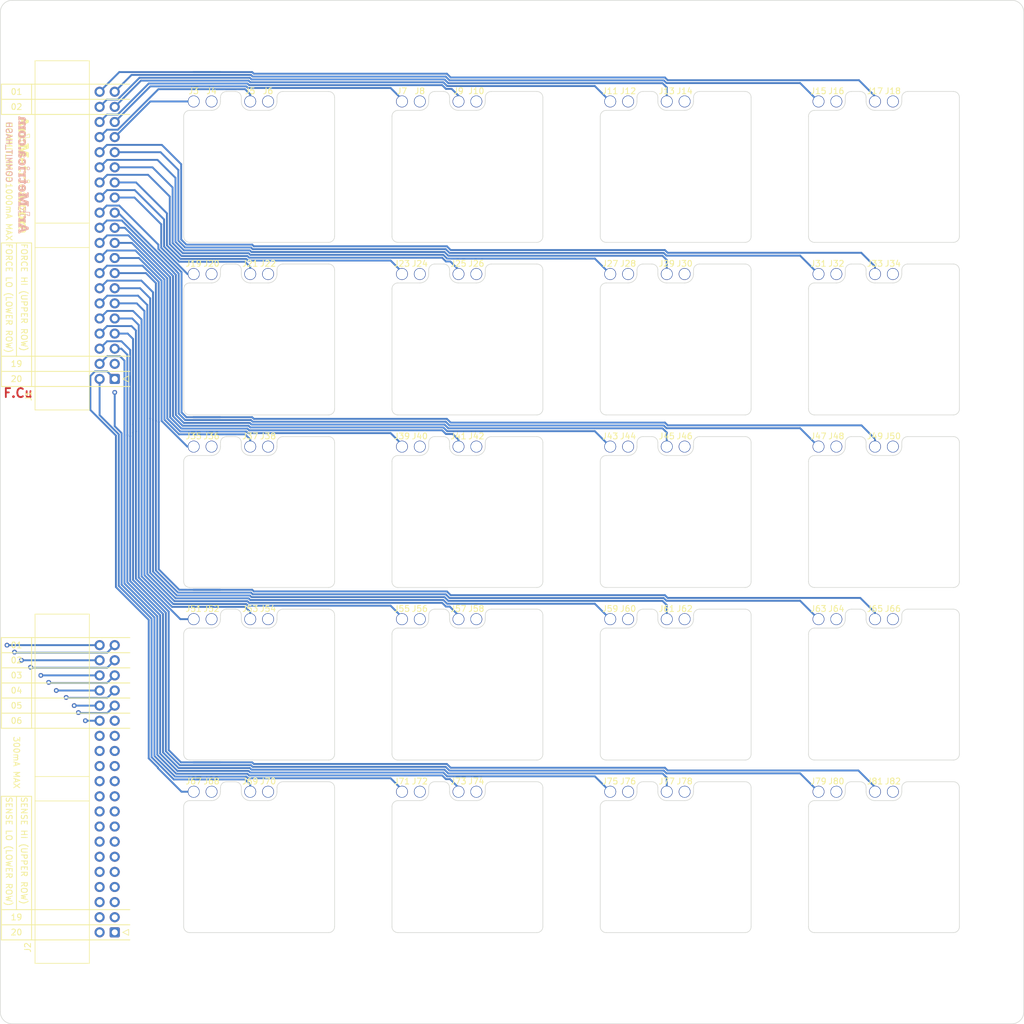
<source format=kicad_pcb>
(kicad_pcb (version 20210228) (generator pcbnew)
  (layers (0 "F.Cu" signal) (1 "In1.Cu" signal) (2 "In2.Cu" signal) (31 "B.Cu" signal) (34 "B.Paste" user) (35 "F.Paste" user) (36 "B.SilkS" user "B.Silkscreen") (37 "F.SilkS" user "F.Silkscreen") (38 "B.Mask" user) (39 "F.Mask" user) (44 "Edge.Cuts" user))
  (net 0 "")
  (net 1 "/D_20")
  (net 2 "/B_20")
  (net 3 "/D_19")
  (net 4 "/B_19")
  (net 5 "/D_18")
  (net 6 "/B_18")
  (net 7 "/D_17")
  (net 8 "/B_17")
  (net 9 "/D_16")
  (net 10 "/B_16")
  (net 11 "/D_15")
  (net 12 "/B_15")
  (net 13 "/D_14")
  (net 14 "/B_14")
  (net 15 "/D_13")
  (net 16 "/B_13")
  (net 17 "/D_12")
  (net 18 "/B_12")
  (net 19 "/D_11")
  (net 20 "/B_11")
  (net 21 "/D_10")
  (net 22 "/B_10")
  (net 23 "/D_9")
  (net 24 "/B_9")
  (net 25 "/D_8")
  (net 26 "/B_8")
  (net 27 "/D_7")
  (net 28 "/B_7")
  (net 29 "/D_6")
  (net 30 "/B_6")
  (net 31 "/D_5")
  (net 32 "/B_5")
  (net 33 "/D_4")
  (net 34 "/B_4")
  (net 35 "/D_3")
  (net 36 "/B_3")
  (net 37 "/D_2")
  (net 38 "/B_2")
  (net 39 "/D_1")
  (net 40 "/B_1")
  (net 41 "/C_20")
  (net 42 "/A_20")
  (net 43 "/C_19")
  (net 44 "/A_19")
  (net 45 "/C_18")
  (net 46 "/A_18")
  (net 47 "/C_17")
  (net 48 "/A_17")
  (net 49 "/C_16")
  (net 50 "/A_16")
  (net 51 "/C_15")
  (net 52 "/A_15")
  (net 53 "/C_14")
  (net 54 "/A_14")
  (net 55 "/C_13")
  (net 56 "/A_13")
  (net 57 "/C_12")
  (net 58 "/A_12")
  (net 59 "/C_11")
  (net 60 "/A_11")
  (net 61 "/C_10")
  (net 62 "/A_10")
  (net 63 "/C_9")
  (net 64 "/A_9")
  (net 65 "/C_8")
  (net 66 "/A_8")
  (net 67 "/C_7")
  (net 68 "/A_7")
  (net 69 "/C_6")
  (net 70 "/A_6")
  (net 71 "/C_5")
  (net 72 "/A_5")
  (net 73 "/C_4")
  (net 74 "/A_4")
  (net 75 "/C_3")
  (net 76 "/A_3")
  (net 77 "/C_2")
  (net 78 "/A_2")
  (net 79 "/C_1")
  (net 80 "/A_1")
  (footprint "MINE:0921" (layer "F.Cu") (at 54.5 18)
    (fp_text reference "J64")
    (fp_text value "Conn_01x01" hide)
  )
  (footprint "MINE:0921" (layer "F.Cu") (at 29 18)
    (fp_text reference "J62")
    (fp_text value "Conn_01x01" hide)
  )
  (footprint "MINE:0921" (layer "F.Cu") (at 19.5 47)
    (fp_text reference "J76")
    (fp_text value "Conn_01x01" hide)
  )
  (footprint "MINE:0921" (layer "F.Cu") (at 61 -69)
    (fp_text reference "J17")
    (fp_text value "Conn_01x01" hide)
  )
  (footprint "MINE:0921" (layer "F.Cu") (at -9 -11)
    (fp_text reference "J41")
    (fp_text value "Conn_01x01" hide)
  )
  (footprint "MINE:0921" (layer "F.Cu") (at -50.5 -69)
    (fp_text reference "J4")
    (fp_text value "Conn_01x01" hide)
  )
  (footprint "MINE:0921" (layer "F.Cu") (at -53.5 -11)
    (fp_text reference "J35")
    (fp_text value "Conn_01x01" hide)
  )
  (footprint "MINE:0921" (layer "F.Cu") (at 26 47)
    (fp_text reference "J77")
    (fp_text value "Conn_01x01" hide)
  )
  (footprint "MINE:0921" (layer "F.Cu") (at -15.5 -40)
    (fp_text reference "J24")
    (fp_text value "Conn_01x01" hide)
  )
  (footprint "MINE:0921" (layer "F.Cu") (at 51.5 -11)
    (fp_text reference "J47")
    (fp_text value "Conn_01x01" hide)
  )
  (footprint "MINE:HTSS-120-04-G-D-RA" (layer "F.Cu") (at -66.77 70.63 180)
    (fp_text reference "J2")
    (fp_text value "Conn_02x20_Odd_Even")
  )
  (footprint "MINE:0921" (layer "F.Cu") (at -50.5 -40)
    (fp_text reference "J20")
    (fp_text value "Conn_01x01" hide)
  )
  (footprint "MINE:0921" (layer "F.Cu") (at -18.5 -40)
    (fp_text reference "J23")
    (fp_text value "Conn_01x01" hide)
  )
  (footprint "MINE:0921" (layer "F.Cu") (at -6 -40)
    (fp_text reference "J26")
    (fp_text value "Conn_01x01" hide)
  )
  (footprint "MINE:0921" (layer "F.Cu") (at -18.5 18)
    (fp_text reference "J55")
    (fp_text value "Conn_01x01" hide)
  )
  (footprint "MINE:0921" (layer "F.Cu") (at 64 -40)
    (fp_text reference "J34")
    (fp_text value "Conn_01x01" hide)
  )
  (footprint "MINE:0921" (layer "F.Cu") (at 16.5 18)
    (fp_text reference "J59")
    (fp_text value "Conn_01x01" hide)
  )
  (footprint "MINE:0921" (layer "F.Cu") (at -18.5 47)
    (fp_text reference "J71")
    (fp_text value "Conn_01x01" hide)
  )
  (footprint "MINE:0921" (layer "F.Cu") (at -53.5 -40)
    (fp_text reference "J19")
    (fp_text value "Conn_01x01" hide)
  )
  (footprint "MINE:0921" (layer "F.Cu") (at -15.5 47)
    (fp_text reference "J72")
    (fp_text value "Conn_01x01" hide)
  )
  (footprint "MINE:0921" (layer "F.Cu") (at -50.5 -11)
    (fp_text reference "J36")
    (fp_text value "Conn_01x01" hide)
  )
  (footprint "MINE:0921" (layer "F.Cu") (at 16.5 -40)
    (fp_text reference "J27")
    (fp_text value "Conn_01x01" hide)
  )
  (footprint "MINE:0921" (layer "F.Cu") (at -9 -40)
    (fp_text reference "J25")
    (fp_text value "Conn_01x01" hide)
  )
  (footprint "MINE:0921" (layer "F.Cu") (at 54.5 47)
    (fp_text reference "J80")
    (fp_text value "Conn_01x01" hide)
  )
  (footprint "MINE:0921" (layer "F.Cu") (at 16.5 -11)
    (fp_text reference "J43")
    (fp_text value "Conn_01x01" hide)
  )
  (footprint "MINE:0921" (layer "F.Cu") (at 51.5 -69)
    (fp_text reference "J15")
    (fp_text value "Conn_01x01" hide)
  )
  (footprint "MINE:0921" (layer "F.Cu") (at 16.5 47)
    (fp_text reference "J75")
    (fp_text value "Conn_01x01" hide)
  )
  (footprint "MINE:0921" (layer "F.Cu") (at 19.5 -11)
    (fp_text reference "J44")
    (fp_text value "Conn_01x01" hide)
  )
  (footprint "MINE:0921" (layer "F.Cu") (at 29 -69)
    (fp_text reference "J14")
    (fp_text value "Conn_01x01" hide)
  )
  (footprint "MINE:0921" (layer "F.Cu") (at 29 47)
    (fp_text reference "J78")
    (fp_text value "Conn_01x01" hide)
  )
  (footprint "MINE:0921" (layer "F.Cu") (at 54.5 -69)
    (fp_text reference "J16")
    (fp_text value "Conn_01x01" hide)
  )
  (footprint "MINE:0921" (layer "F.Cu") (at -50.5 18)
    (fp_text reference "J52")
    (fp_text value "Conn_01x01" hide)
  )
  (footprint "MINE:0921" (layer "F.Cu") (at 51.5 -40)
    (fp_text reference "J31")
    (fp_text value "Conn_01x01" hide)
  )
  (footprint "MINE:0921" (layer "F.Cu") (at 26 -40)
    (fp_text reference "J29")
    (fp_text value "Conn_01x01" hide)
  )
  (footprint "MINE:0921" (layer "F.Cu") (at -6 -69)
    (fp_text reference "J10")
    (fp_text value "Conn_01x01" hide)
  )
  (footprint "MINE:0921" (layer "F.Cu") (at 19.5 -40)
    (fp_text reference "J28")
    (fp_text value "Conn_01x01" hide)
  )
  (footprint "MINE:0921" (layer "F.Cu") (at 64 47)
    (fp_text reference "J82")
    (fp_text value "Conn_01x01" hide)
  )
  (footprint "MINE:0921" (layer "F.Cu") (at 54.5 -40)
    (fp_text reference "J32")
    (fp_text value "Conn_01x01" hide)
  )
  (footprint "MINE:0921" (layer "F.Cu") (at -18.5 -69)
    (fp_text reference "J7")
    (fp_text value "Conn_01x01" hide)
  )
  (footprint "MINE:HTSS-120-04-G-D-RA" (layer "F.Cu") (at -66.77 -22.37 180)
    (fp_text reference "J1")
    (fp_text value "Conn_02x20_Odd_Even")
  )
  (footprint "MINE:0921" (layer "F.Cu") (at -6 18)
    (fp_text reference "J58")
    (fp_text value "Conn_01x01" hide)
  )
  (footprint "MINE:0921" (layer "F.Cu") (at 16.5 -69)
    (fp_text reference "J11")
    (fp_text value "Conn_01x01" hide)
  )
  (footprint "MINE:0921" (layer "F.Cu") (at 29 -40)
    (fp_text reference "J30")
    (fp_text value "Conn_01x01" hide)
  )
  (footprint "MINE:0921" (layer "F.Cu") (at 64 -11)
    (fp_text reference "J50")
    (fp_text value "Conn_01x01" hide)
  )
  (footprint "MINE:0921" (layer "F.Cu") (at 26 18)
    (fp_text reference "J61")
    (fp_text value "Conn_01x01" hide)
  )
  (footprint "MINE:0921" (layer "F.Cu") (at -15.5 -69)
    (fp_text reference "J8")
    (fp_text value "Conn_01x01" hide)
  )
  (footprint "MINE:0921" (layer "F.Cu") (at -15.5 18)
    (fp_text reference "J56")
    (fp_text value "Conn_01x01" hide)
  )
  (footprint "MINE:0921" (layer "F.Cu") (at -44 -40)
    (fp_text reference "J21")
    (fp_text value "Conn_01x01" hide)
  )
  (footprint "MINE:0921" (layer "F.Cu") (at 19.5 -69)
    (fp_text reference "J12")
    (fp_text value "Conn_01x01" hide)
  )
  (footprint "MINE:MountingHole_7.1mm" (layer "F.Cu") (at 20 80)
    (fp_text reference "H2" hide)
    (fp_text value "MountingHole" hide)
  )
  (footprint "MINE:0921" (layer "F.Cu") (at -53.5 18)
    (fp_text reference "J51")
    (fp_text value "Conn_01x01" hide)
  )
  (footprint "MINE:MountingHole_7.1mm" (layer "F.Cu") (at 0 -80)
    (fp_text reference "H1" hide)
    (fp_text value "MountingHole" hide)
  )
  (footprint "MINE:0921" (layer "F.Cu") (at 64 18)
    (fp_text reference "J66")
    (fp_text value "Conn_01x01" hide)
  )
  (footprint "MINE:0921" (layer "F.Cu") (at 61 18)
    (fp_text reference "J65")
    (fp_text value "Conn_01x01" hide)
  )
  (footprint "MINE:0921" (layer "F.Cu") (at 19.5 18)
    (fp_text reference "J60")
    (fp_text value "Conn_01x01" hide)
  )
  (footprint "MINE:0921" (layer "F.Cu") (at -18.5 -11)
    (fp_text reference "J39")
    (fp_text value "Conn_01x01" hide)
  )
  (footprint "MINE:0921" (layer "F.Cu") (at -9 47)
    (fp_text reference "J73")
    (fp_text value "Conn_01x01" hide)
  )
  (footprint "MINE:0921" (layer "F.Cu") (at -50.5 47)
    (fp_text reference "J68")
    (fp_text value "Conn_01x01" hide)
  )
  (footprint "MINE:0921" (layer "F.Cu") (at 61 47)
    (fp_text reference "J81")
    (fp_text value "Conn_01x01" hide)
  )
  (footprint "MINE:0921" (layer "F.Cu") (at -9 -69)
    (fp_text reference "J9")
    (fp_text value "Conn_01x01" hide)
  )
  (footprint "MINE:0921" (layer "F.Cu") (at -41 18)
    (fp_text reference "J54")
    (fp_text value "Conn_01x01" hide)
  )
  (footprint "MINE:0921" (layer "F.Cu") (at -44 18)
    (fp_text reference "J53")
    (fp_text value "Conn_01x01" hide)
  )
  (footprint "MINE:0921" (layer "F.Cu") (at -6 47)
    (fp_text reference "J74")
    (fp_text value "Conn_01x01" hide)
  )
  (footprint "MINE:0921" (layer "F.Cu") (at -41 -40)
    (fp_text reference "J22")
    (fp_text value "Conn_01x01" hide)
  )
  (footprint "MINE:0921" (layer "F.Cu") (at -44 -11)
    (fp_text reference "J37")
    (fp_text value "Conn_01x01" hide)
  )
  (footprint "MINE:0921" (layer "F.Cu") (at 61 -11)
    (fp_text reference "J49")
    (fp_text value "Conn_01x01" hide)
  )
  (footprint "MINE:0921" (layer "F.Cu") (at 26 -11)
    (fp_text reference "J45")
    (fp_text value "Conn_01x01" hide)
  )
  (footprint "MINE:0921" (layer "F.Cu") (at 51.5 47)
    (fp_text reference "J79")
    (fp_text value "Conn_01x01" hide)
  )
  (footprint "MINE:0921" (layer "F.Cu") (at -41 -11)
    (fp_text reference "J38")
    (fp_text value "Conn_01x01" hide)
  )
  (footprint "MINE:0921" (layer "F.Cu") (at -15.5 -11)
    (fp_text reference "J40")
    (fp_text value "Conn_01x01" hide)
  )
  (footprint "MINE:0921" (layer "F.Cu") (at -6 -11)
    (fp_text reference "J42")
    (fp_text value "Conn_01x01" hide)
  )
  (footprint "MINE:0921" (layer "F.Cu") (at -53.5 47)
    (fp_text reference "J67")
    (fp_text value "Conn_01x01" hide)
  )
  (footprint "MINE:0921" (layer "F.Cu") (at 61 -40)
    (fp_text reference "J33")
    (fp_text value "Conn_01x01" hide)
  )
  (footprint "MINE:0921" (layer "F.Cu") (at -53.5 -69)
    (fp_text reference "J3")
    (fp_text value "Conn_01x01" hide)
  )
  (footprint "MINE:0921" (layer "F.Cu") (at -9 18)
    (fp_text reference "J57")
    (fp_text value "Conn_01x01" hide)
  )
  (footprint "MINE:0921" (layer "F.Cu") (at -44 47)
    (fp_text reference "J69")
    (fp_text value "Conn_01x01" hide)
  )
  (footprint "MINE:site_small" (layer "F.Cu") (at -82.01 -56.66 -90)
    (fp_text reference "LOGO2" hide)
    (fp_text value "Logo_Open_Hardware_Small" hide)
  )
  (footprint "MINE:0921" (layer "F.Cu") (at -41 -69)
    (fp_text reference "J6")
    (fp_text value "Conn_01x01" hide)
  )
  (footprint "MINE:0921" (layer "F.Cu") (at 64 -69)
    (fp_text reference "J18")
    (fp_text value "Conn_01x01" hide)
  )
  (footprint "MINE:0921" (layer "F.Cu") (at 54.5 -11)
    (fp_text reference "J48")
    (fp_text value "Conn_01x01" hide)
  )
  (footprint "MINE:0921" (layer "F.Cu") (at 26 -69)
    (fp_text reference "J13")
    (fp_text value "Conn_01x01" hide)
  )
  (footprint "MINE:0921" (layer "F.Cu") (at 51.5 18)
    (fp_text reference "J63")
    (fp_text value "Conn_01x01" hide)
  )
  (footprint "MINE:0921" (layer "F.Cu") (at -41 47)
    (fp_text reference "J70")
    (fp_text value "Conn_01x01" hide)
  )
  (footprint "MINE:0921" (layer "F.Cu") (at 29 -11)
    (fp_text reference "J46")
    (fp_text value "Conn_01x01" hide)
  )
  (footprint "MINE:0921" (layer "F.Cu") (at -44 -69)
    (fp_text reference "J5")
    (fp_text value "Conn_01x01" hide)
  )
  (footprint "MINE:site_small" (layer "B.Cu") (at -82.01 -56.66 90)
    (fp_text reference "LOGO1" hide)
    (fp_text value "Logo_Open_Hardware_Small" hide)
  )
  (gr_line (start -85.82 -21.1) (end -64.23 -21.1) (layer "F.SilkS") (width 0.15))
  (gr_line (start -85.82 -66.82) (end -64.23 -66.82) (layer "F.SilkS") (width 0.15))
  (gr_line (start -64.23 31.26) (end -85.82 31.26) (layer "F.SilkS") (width 0.15))
  (gr_line (start -64.23 21.1) (end -85.82 21.1) (layer "F.SilkS") (width 0.15))
  (gr_line (start -80.74 71.9) (end -80.74 47.77) (layer "F.SilkS") (width 0.15))
  (gr_line (start -85.82 33.8) (end -64.23 33.8) (layer "F.SilkS") (width 0.15))
  (gr_line (start -80.74 -45.23) (end -85.82 -45.23) (layer "F.SilkS") (width 0.15))
  (gr_line (start -85.82 -45.23) (end -85.82 -21.1) (layer "F.SilkS") (width 0.15))
  (gr_line (start -85.82 47.77) (end -85.82 71.9) (layer "F.SilkS") (width 0.15))
  (gr_line (start -85.82 26.18) (end -64.23 26.18) (layer "F.SilkS") (width 0.15))
  (gr_line (start -85.82 71.9) (end -64.23 71.9) (layer "F.SilkS") (width 0.15))
  (gr_line (start -80.74 47.77) (end -85.82 47.77) (layer "F.SilkS") (width 0.15))
  (gr_line (start -85.82 -23.64) (end -64.23 -23.64) (layer "F.SilkS") (width 0.15))
  (gr_line (start -85.82 28.72) (end -64.23 28.72) (layer "F.SilkS") (width 0.15))
  (gr_line (start -80.74 -45.23) (end -80.74 -21.1) (layer "F.SilkS") (width 0.15))
  (gr_line (start -85.82 -71.9) (end -85.82 -66.82) (layer "F.SilkS") (width 0.15))
  (gr_line (start -80.74 -71.9) (end -80.74 -66.82) (layer "F.SilkS") (width 0.15))
  (gr_line (start -85.82 23.64) (end -64.23 23.64) (layer "F.SilkS") (width 0.15))
  (gr_line (start -85.82 -69.36) (end -64.23 -69.36) (layer "F.SilkS") (width 0.15))
  (gr_line (start -85.82 36.34) (end -64.23 36.34) (layer "F.SilkS") (width 0.15))
  (gr_line (start -85.82 66.82) (end -64.23 66.82) (layer "F.SilkS") (width 0.15))
  (gr_line (start -85.82 -71.9) (end -64.23 -71.9) (layer "F.SilkS") (width 0.15))
  (gr_line (start -80.74 21.1) (end -80.74 36.34) (layer "F.SilkS") (width 0.15))
  (gr_line (start -85.82 -26.18) (end -64.23 -26.18) (layer "F.SilkS") (width 0.15))
  (gr_line (start -85.82 21.1) (end -85.82 36.34) (layer "F.SilkS") (width 0.15))
  (gr_line (start -85.82 69.36) (end -64.23 69.36) (layer "F.SilkS") (width 0.15))
  (gr_line (start -83.28 66.82) (end -83.28 47.77) (layer "F.SilkS") (width 0.15))
  (gr_line (start -83.28 -26.18) (end -83.28 -45.23) (layer "F.SilkS") (width 0.15))
  (gr_arc (start 29 -10.999999) (end 29 -9.499999) (angle -90) (layer "Edge.Cuts") (width 0.1))
  (gr_arc (start 29 47) (end 29 48.5) (angle -90) (layer "Edge.Cuts") (width 0.1))
  (gr_arc (start -38.5 46.323) (end -38.5 45.323) (angle -90) (layer "Edge.Cuts") (width 0.1))
  (gr_arc (start 39.177 17.323) (end 40.177 17.323) (angle -90) (layer "Edge.Cuts") (width 0.1))
  (gr_line (start 40.177 69.677) (end 40.177 46.323) (layer "Edge.Cuts") (width 0.1))
  (gr_line (start -46.5 -12.676999) (end -48 -12.676999) (layer "Edge.Cuts") (width 0.1))
  (gr_arc (start 15.822999 40.677) (end 14.822999 40.677) (angle -90) (layer "Edge.Cuts") (width 0.1))
  (gr_arc (start 50.822999 -46.322999) (end 49.822999 -46.322999) (angle -90) (layer "Edge.Cuts") (width 0.1))
  (gr_arc (start -48 -69.676999) (end -48 -70.676999) (angle -90) (layer "Edge.Cuts") (width 0.1))
  (gr_arc (start -19.177 40.677) (end -20.177 40.677) (angle -90) (layer "Edge.Cuts") (width 0.1))
  (gr_arc (start 83.999999 -84) (end 85.999999 -84) (angle -90) (layer "Edge.Cuts") (width 0.1))
  (gr_line (start 29 48.5) (end 26 48.5) (layer "Edge.Cuts") (width 0.1))
  (gr_arc (start -46.5 -69.676999) (end -45.5 -69.676999) (angle -90) (layer "Edge.Cuts") (width 0.1))
  (gr_arc (start -84 -84) (end -84 -86) (angle -90) (layer "Edge.Cuts") (width 0.1))
  (gr_line (start 19.5 48.5) (end 15.822999 48.5) (layer "Edge.Cuts") (width 0.1))
  (gr_line (start -54.177 70.677) (end -30.822999 70.677) (layer "Edge.Cuts") (width 0.1))
  (gr_arc (start 31.5 46.323) (end 31.5 45.323) (angle -90) (layer "Edge.Cuts") (width 0.1))
  (gr_arc (start -54.177 20.5) (end -54.177 19.5) (angle -90) (layer "Edge.Cuts") (width 0.1))
  (gr_line (start -19.177 12.677) (end 4.177 12.677) (layer "Edge.Cuts") (width 0.1))
  (gr_line (start -45.5 18) (end -45.5 17.323) (layer "Edge.Cuts") (width 0.1))
  (gr_line (start -54.177 12.677) (end -30.822999 12.677) (layer "Edge.Cuts") (width 0.1))
  (gr_arc (start -41 -68.999999) (end -41 -67.499999) (angle -90) (layer "Edge.Cuts") (width 0.1))
  (gr_line (start 65.5 46.323) (end 65.5 47) (layer "Edge.Cuts") (width 0.1))
  (gr_line (start 49.822999 -66.499999) (end 49.822999 -46.322999) (layer "Edge.Cuts") (width 0.1))
  (gr_arc (start -11.5 -11.676999) (end -10.5 -11.676999) (angle -90) (layer "Edge.Cuts") (width 0.1))
  (gr_arc (start 39.177 11.677) (end 39.177 12.677) (angle -90) (layer "Edge.Cuts") (width 0.1))
  (gr_line (start 75.177 -46.322999) (end 75.177 -69.676999) (layer "Edge.Cuts") (width 0.1))
  (gr_line (start 21 -11.676999) (end 21 -10.999999) (layer "Edge.Cuts") (width 0.1))
  (gr_line (start 5.177 40.677) (end 5.177 17.323) (layer "Edge.Cuts") (width 0.1))
  (gr_arc (start -3.5 -69.676999) (end -3.5 -70.676999) (angle -90) (layer "Edge.Cuts") (width 0.1))
  (gr_arc (start 19.5 -10.999999) (end 19.5 -9.499999) (angle -90) (layer "Edge.Cuts") (width 0.1))
  (gr_line (start 64 19.5) (end 61 19.5) (layer "Edge.Cuts") (width 0.1))
  (gr_line (start 4.177 16.323) (end -3.5 16.323) (layer "Edge.Cuts") (width 0.1))
  (gr_arc (start -54.177 49.5) (end -54.177 48.5) (angle -90) (layer "Edge.Cuts") (width 0.1))
  (gr_arc (start -13 17.323) (end -13 16.323) (angle -90) (layer "Edge.Cuts") (width 0.1))
  (gr_line (start -41 -67.499999) (end -44 -67.499999) (layer "Edge.Cuts") (width 0.1))
  (gr_arc (start 58.5 -11.676999) (end 59.5 -11.676999) (angle -90) (layer "Edge.Cuts") (width 0.1))
  (gr_line (start 58.5 -41.676999) (end 57 -41.676999) (layer "Edge.Cuts") (width 0.1))
  (gr_line (start -49 17.323) (end -49 18) (layer "Edge.Cuts") (width 0.1))
  (gr_arc (start 23.5 17.323) (end 24.5 17.323) (angle -90) (layer "Edge.Cuts") (width 0.1))
  (gr_arc (start 66.5 -11.676999) (end 66.5 -12.676999) (angle -90) (layer "Edge.Cuts") (width 0.1))
  (gr_arc (start 50.822999 40.677) (end 49.822999 40.677) (angle -90) (layer "Edge.Cuts") (width 0.1))
  (gr_arc (start -50.5 18) (end -50.5 19.5) (angle -90) (layer "Edge.Cuts") (width 0.1))
  (gr_line (start 15.822999 12.677) (end 39.177 12.677) (layer "Edge.Cuts") (width 0.1))
  (gr_arc (start 39.177 40.677) (end 39.177 41.677) (angle -90) (layer "Edge.Cuts") (width 0.1))
  (gr_line (start 40.177 11.677) (end 40.177 -11.676999) (layer "Edge.Cuts") (width 0.1))
  (gr_line (start -45.5 47) (end -45.5 46.323) (layer "Edge.Cuts") (width 0.1))
  (gr_arc (start -54.177 11.677) (end -55.177 11.677) (angle -90) (layer "Edge.Cuts") (width 0.1))
  (gr_line (start 15.822999 41.677) (end 39.177 41.677) (layer "Edge.Cuts") (width 0.1))
  (gr_arc (start -19.177 -46.322999) (end -20.177 -46.322999) (angle -90) (layer "Edge.Cuts") (width 0.1))
  (gr_arc (start 57 17.323) (end 57 16.323) (angle -90) (layer "Edge.Cuts") (width 0.1))
  (gr_line (start -41 48.5) (end -44 48.5) (layer "Edge.Cuts") (width 0.1))
  (gr_arc (start -48 -11.676999) (end -48 -12.676999) (angle -90) (layer "Edge.Cuts") (width 0.1))
  (gr_line (start -30.822999 -12.676999) (end -38.5 -12.676999) (layer "Edge.Cuts") (width 0.1))
  (gr_arc (start -30.822999 69.677) (end -30.822999 70.677) (angle -90) (layer "Edge.Cuts") (width 0.1))
  (gr_arc (start 19.5 -68.999999) (end 19.5 -67.499999) (angle -90) (layer "Edge.Cuts") (width 0.1))
  (gr_line (start -46.5 45.323) (end -48 45.323) (layer "Edge.Cuts") (width 0.1))
  (gr_line (start 4.177 -12.676999) (end -3.5 -12.676999) (layer "Edge.Cuts") (width 0.1))
  (gr_line (start -14 -11.676999) (end -14 -10.999999) (layer "Edge.Cuts") (width 0.1))
  (gr_line (start -10.5 -68.999999) (end -10.5 -69.676999) (layer "Edge.Cuts") (width 0.1))
  (gr_arc (start 23.5 -40.676999) (end 24.5 -40.676999) (angle -90) (layer "Edge.Cuts") (width 0.1))
  (gr_arc (start 64 -68.999999) (end 64 -67.499999) (angle -90) (layer "Edge.Cuts") (width 0.1))
  (gr_arc (start 28.999999 18) (end 29 19.5) (angle -90) (layer "Edge.Cuts") (width 0.1))
  (gr_arc (start 31.5 -69.676999) (end 31.5 -70.676999) (angle -90) (layer "Edge.Cuts") (width 0.1))
  (gr_arc (start -30.822999 17.323) (end -29.822999 17.323) (angle -90) (layer "Edge.Cuts") (width 0.1))
  (gr_arc (start 57 -69.676999) (end 57 -70.676999) (angle -90) (layer "Edge.Cuts") (width 0.1))
  (gr_line (start 74.177 45.323) (end 66.5 45.323) (layer "Edge.Cuts") (width 0.1))
  (gr_line (start 24.5 18) (end 24.5 17.323) (layer "Edge.Cuts") (width 0.1))
  (gr_line (start -50.5 -67.499999) (end -54.177 -67.499999) (layer "Edge.Cuts") (width 0.1))
  (gr_arc (start -38.5 -40.676999) (end -38.5 -41.676999) (angle -90) (layer "Edge.Cuts") (width 0.1))
  (gr_arc (start -38.5 17.323) (end -38.5 16.323) (angle -90) (layer "Edge.Cuts") (width 0.1))
  (gr_arc (start 22 -11.676999) (end 22 -12.676999) (angle -90) (layer "Edge.Cuts") (width 0.1))
  (gr_arc (start -38.5 -11.676999) (end -38.5 -12.676999) (angle -90) (layer "Edge.Cuts") (width 0.1))
  (gr_line (start -41 19.5) (end -44 19.5) (layer "Edge.Cuts") (width 0.1))
  (gr_line (start 29 -38.499999) (end 26 -38.499999) (layer "Edge.Cuts") (width 0.1))
  (gr_line (start -11.5 45.323) (end -13 45.323) (layer "Edge.Cuts") (width 0.1))
  (gr_arc (start -48 -40.676999) (end -48 -41.676999) (angle -90) (layer "Edge.Cuts") (width 0.1))
  (gr_line (start 59.5 18) (end 59.5 17.323) (layer "Edge.Cuts") (width 0.1))
  (gr_line (start 14.822999 -37.499999) (end 14.822999 -17.322999) (layer "Edge.Cuts") (width 0.1))
  (gr_line (start 14.822999 -8.499999) (end 14.822999 11.677) (layer "Edge.Cuts") (width 0.1))
  (gr_line (start 54.5 19.5) (end 50.822999 19.5) (layer "Edge.Cuts") (width 0.1))
  (gr_arc (start -50.5 47) (end -50.5 48.5) (angle -90) (layer "Edge.Cuts") (width 0.1))
  (gr_line (start -46.5 16.323) (end -48 16.323) (layer "Edge.Cuts") (width 0.1))
  (gr_line (start -4.5 -11.676999) (end -4.5 -10.999999) (layer "Edge.Cuts") (width 0.1))
  (gr_arc (start 39.177 -69.676999) (end 40.177 -69.676999) (angle -90) (layer "Edge.Cuts") (width 0.1))
  (gr_line (start 19.5 19.5) (end 15.822999 19.5) (layer "Edge.Cuts") (width 0.1))
  (gr_line (start 50.822999 12.677) (end 74.177 12.677) (layer "Edge.Cuts") (width 0.1))
  (gr_line (start -49 -11.676999) (end -49 -10.999999) (layer "Edge.Cuts") (width 0.1))
  (gr_line (start -4.5 17.323) (end -4.5 18) (layer "Edge.Cuts") (width 0.1))
  (gr_line (start -55.177 49.5) (end -55.177 69.677) (layer "Edge.Cuts") (width 0.1))
  (gr_arc (start 74.177 -17.322999) (end 74.177 -16.322999) (angle -90) (layer "Edge.Cuts") (width 0.1))
  (gr_line (start -6 19.5) (end -9 19.5) (layer "Edge.Cuts") (width 0.1))
  (gr_arc (start 4.177 17.323) (end 5.177 17.323) (angle -90) (layer "Edge.Cuts") (width 0.1))
  (gr_line (start 59.5 -39.999999) (end 59.5 -40.676999) (layer "Edge.Cuts") (width 0.1))
  (gr_arc (start -30.822999 -69.676999) (end -29.822999 -69.676999) (angle -90) (layer "Edge.Cuts") (width 0.1))
  (gr_line (start 5.177 11.677) (end 5.177 -11.676999) (layer "Edge.Cuts") (width 0.1))
  (gr_arc (start -19.177 -37.499999) (end -19.177 -38.499999) (angle -90) (layer "Edge.Cuts") (width 0.1))
  (gr_arc (start -50.5 -39.999999) (end -50.5 -38.499999) (angle -90) (layer "Edge.Cuts") (width 0.1))
  (gr_line (start 54.5 -67.499999) (end 50.822999 -67.499999) (layer "Edge.Cuts") (width 0.1))
  (gr_arc (start 61 -68.999999) (end 59.5 -68.999999) (angle -90) (layer "Edge.Cuts") (width 0.1))
  (gr_arc (start -19.177 -17.322999) (end -20.177 -17.322999) (angle -90) (layer "Edge.Cuts") (width 0.1))
  (gr_line (start -30.822999 -70.676999) (end -38.5 -70.676999) (layer "Edge.Cuts") (width 0.1))
  (gr_arc (start 66.5 46.323) (end 66.5 45.323) (angle -90) (layer "Edge.Cuts") (width 0.1))
  (gr_line (start 54.5 -9.499999) (end 50.822999 -9.499999) (layer "Edge.Cuts") (width 0.1))
  (gr_arc (start 15.822999 -46.322999) (end 14.822999 -46.322999) (angle -90) (layer "Edge.Cuts") (width 0.1))
  (gr_line (start 75.177 40.677) (end 75.177 17.323) (layer "Edge.Cuts") (width 0.1))
  (gr_line (start -6 -38.499999) (end -9 -38.499999) (layer "Edge.Cuts") (width 0.1))
  (gr_arc (start -54.177 -8.499999) (end -54.177 -9.499999) (angle -90) (layer "Edge.Cuts") (width 0.1))
  (gr_line (start -49 -69.676999) (end -49 -68.999999) (layer "Edge.Cuts") (width 0.1))
  (gr_arc (start -9 18) (end -10.5 18) (angle -90) (layer "Edge.Cuts") (width 0.1))
  (gr_arc (start -38.5 -69.676999) (end -38.5 -70.676999) (angle -90) (layer "Edge.Cuts") (width 0.1))
  (gr_line (start 21 -69.676999) (end 21 -68.999999) (layer "Edge.Cuts") (width 0.1))
  (gr_arc (start -15.5 -68.999999) (end -15.5 -67.499999) (angle -90) (layer "Edge.Cuts") (width 0.1))
  (gr_line (start -55.177 -8.499999) (end -55.177 11.677) (layer "Edge.Cuts") (width 0.1))
  (gr_line (start 29 -9.499999) (end 26 -9.499999) (layer "Edge.Cuts") (width 0.1))
  (gr_line (start 49.822999 -8.499999) (end 49.822999 11.677) (layer "Edge.Cuts") (width 0.1))
  (gr_arc (start 31.5 -11.676999) (end 31.5 -12.676999) (angle -90) (layer "Edge.Cuts") (width 0.1))
  (gr_arc (start 22 -40.676999) (end 22 -41.676999) (angle -90) (layer "Edge.Cuts") (width 0.1))
  (gr_line (start 29 19.5) (end 26 19.5) (layer "Edge.Cuts") (width 0.1))
  (gr_line (start -14 17.323) (end -14 18) (layer "Edge.Cuts") (width 0.1))
  (gr_line (start -19.177 41.677) (end 4.177 41.677) (layer "Edge.Cuts") (width 0.1))
  (gr_arc (start -41 -39.999999) (end -41 -38.499999) (angle -90) (layer "Edge.Cuts") (width 0.1))
  (gr_line (start -39.5 -40.676999) (end -39.5 -39.999999) (layer "Edge.Cuts") (width 0.1))
  (gr_arc (start 50.822999 -8.499999) (end 50.822999 -9.499999) (angle -90) (layer "Edge.Cuts") (width 0.1))
  (gr_arc (start -9 47) (end -10.5 47) (angle -90) (layer "Edge.Cuts") (width 0.1))
  (gr_line (start -10.5 -10.999999) (end -10.5 -11.676999) (layer "Edge.Cuts") (width 0.1))
  (gr_line (start -45.5 -68.999999) (end -45.5 -69.676999) (layer "Edge.Cuts") (width 0.1))
  (gr_arc (start -11.5 -69.676999) (end -10.5 -69.676999) (angle -90) (layer "Edge.Cuts") (width 0.1))
  (gr_line (start -14 -40.676999) (end -14 -39.999999) (layer "Edge.Cuts") (width 0.1))
  (gr_line (start 64 -9.499999) (end 61 -9.499999) (layer "Edge.Cuts") (width 0.1))
  (gr_line (start -46.5 -70.676999) (end -48 -70.676999) (layer "Edge.Cuts") (width 0.1))
  (gr_arc (start 50.822999 20.5) (end 50.822999 19.5) (angle -90) (layer "Edge.Cuts") (width 0.1))
  (gr_line (start 5.177 -17.322999) (end 5.177 -40.676999) (layer "Edge.Cuts") (width 0.1))
  (gr_arc (start -44 -10.999999) (end -45.5 -10.999999) (angle -90) (layer "Edge.Cuts") (width 0.1))
  (gr_arc (start 15.822999 -8.499999) (end 15.822999 -9.499999) (angle -90) (layer "Edge.Cuts") (width 0.1))
  (gr_arc (start -6 -10.999999) (end -6 -9.499999) (angle -90) (layer "Edge.Cuts") (width 0.1))
  (gr_arc (start 4.177 -69.676999) (end 5.177 -69.676999) (angle -90) (layer "Edge.Cuts") (width 0.1))
  (gr_arc (start -3.5 -11.676999) (end -3.5 -12.676999) (angle -90) (layer "Edge.Cuts") (width 0.1))
  (gr_line (start -50.5 -38.499999) (end -54.177 -38.499999) (layer "Edge.Cuts") (width 0.1))
  (gr_line (start 23.5 45.323) (end 22 45.323) (layer "Edge.Cuts") (width 0.1))
  (gr_arc (start 26 47) (end 24.5 47) (angle -90) (layer "Edge.Cuts") (width 0.1))
  (gr_line (start 65.5 -40.676999) (end 65.5 -39.999999) (layer "Edge.Cuts") (width 0.1))
  (gr_line (start -14 46.323) (end -14 47) (layer "Edge.Cuts") (width 0.1))
  (gr_line (start -54.177 -16.322999) (end -30.822999 -16.322999) (layer "Edge.Cuts") (width 0.1))
  (gr_arc (start 4.177 -40.676999) (end 5.177 -40.676999) (angle -90) (layer "Edge.Cuts") (width 0.1))
  (gr_line (start 23.5 -70.676999) (end 22 -70.676999) (layer "Edge.Cuts") (width 0.1))
  (gr_line (start 40.177 -17.322999) (end 40.177 -40.676999) (layer "Edge.Cuts") (width 0.1))
  (gr_arc (start -11.5 46.323) (end -10.5 46.323) (angle -90) (layer "Edge.Cuts") (width 0.1))
  (gr_line (start -4.5 -40.676999) (end -4.5 -39.999999) (layer "Edge.Cuts") (width 0.1))
  (gr_arc (start 64 47) (end 64 48.5) (angle -90) (layer "Edge.Cuts") (width 0.1))
  (gr_line (start -41 -38.499999) (end -44 -38.499999) (layer "Edge.Cuts") (width 0.1))
  (gr_arc (start -54.177 40.677) (end -55.177 40.677) (angle -90) (layer "Edge.Cuts") (width 0.1))
  (gr_line (start 39.177 -12.676999) (end 31.5 -12.676999) (layer "Edge.Cuts") (width 0.1))
  (gr_arc (start -46.5 46.323) (end -45.5 46.323) (angle -90) (layer "Edge.Cuts") (width 0.1))
  (gr_line (start 54.5 -38.499999) (end 50.822999 -38.499999) (layer "Edge.Cuts") (width 0.1))
  (gr_line (start 19.5 -38.499999) (end 15.822999 -38.499999) (layer "Edge.Cuts") (width 0.1))
  (gr_line (start -55.177 20.5) (end -55.177 40.677) (layer "Edge.Cuts") (width 0.1))
  (gr_arc (start 74.177 -11.676999) (end 75.177 -11.676999) (angle -90) (layer "Edge.Cuts") (width 0.1))
  (gr_arc (start -13 -11.676999) (end -13 -12.676999) (angle -90) (layer "Edge.Cuts") (width 0.1))
  (gr_line (start 74.177 -41.676999) (end 66.5 -41.676999) (layer "Edge.Cuts") (width 0.1))
  (gr_arc (start -50.5 -10.999999) (end -50.5 -9.499999) (angle -90) (layer "Edge.Cuts") (width 0.1))
  (gr_arc (start -41 47) (end -41 48.5) (angle -90) (layer "Edge.Cuts") (width 0.1))
  (gr_line (start 30.5 -69.676999) (end 30.5 -68.999999) (layer "Edge.Cuts") (width 0.1))
  (gr_arc (start -30.822999 -17.322999) (end -30.822999 -16.322999) (angle -90) (layer "Edge.Cuts") (width 0.1))
  (gr_arc (start 22 17.323) (end 22 16.323) (angle -90) (layer "Edge.Cuts") (width 0.1))
  (gr_arc (start 4.177 -17.322999) (end 4.177 -16.322999) (angle -90) (layer "Edge.Cuts") (width 0.1))
  (gr_arc (start -54.177 -37.499999) (end -54.177 -38.499999) (angle -90) (layer "Edge.Cuts") (width 0.1))
  (gr_arc (start 50.822999 -17.322999) (end 49.822999 -17.322999) (angle -90) (layer "Edge.Cuts") (width 0.1))
  (gr_arc (start -19.177 20.5) (end -19.177 19.5) (angle -90) (layer "Edge.Cuts") (width 0.1))
  (gr_line (start 39.177 16.323) (end 31.5 16.323) (layer "Edge.Cuts") (width 0.1))
  (gr_arc (start -6 47) (end -6 48.5) (angle -90) (layer "Edge.Cuts") (width 0.1))
  (gr_line (start 56 -40.676999) (end 56 -39.999999) (layer "Edge.Cuts") (width 0.1))
  (gr_arc (start -54.177 -17.322999) (end -55.177 -17.322999) (angle -90) (layer "Edge.Cuts") (width 0.1))
  (gr_arc (start -3.5 46.323) (end -3.5 45.323) (angle -90) (layer "Edge.Cuts") (width 0.1))
  (gr_line (start -10.5 -39.999999) (end -10.5 -40.676999) (layer "Edge.Cuts") (width 0.1))
  (gr_arc (start 61 47) (end 59.5 47) (angle -90) (layer "Edge.Cuts") (width 0.1))
  (gr_arc (start 74.177 40.677) (end 74.177 41.677) (angle -90) (layer "Edge.Cuts") (width 0.1))
  (gr_arc (start 58.5 46.323) (end 59.5 46.323) (angle -90) (layer "Edge.Cuts") (width 0.1))
  (gr_arc (start -54.177 -66.499999) (end -54.177 -67.499999) (angle -90) (layer "Edge.Cuts") (width 0.1))
  (gr_line (start -29.822999 40.677) (end -29.822999 17.323) (layer "Edge.Cuts") (width 0.1))
  (gr_line (start 15.822999 70.677) (end 39.177 70.677) (layer "Edge.Cuts") (width 0.1))
  (gr_arc (start -3.5 -40.676999) (end -3.5 -41.676999) (angle -90) (layer "Edge.Cuts") (width 0.1))
  (gr_line (start 39.177 -41.676999) (end 31.5 -41.676999) (layer "Edge.Cuts") (width 0.1))
  (gr_line (start 75.177 -17.322999) (end 75.177 -40.676999) (layer "Edge.Cuts") (width 0.1))
  (gr_arc (start -6 -68.999999) (end -6 -67.499999) (angle -90) (layer "Edge.Cuts") (width 0.1))
  (gr_arc (start 39.177 69.677) (end 39.177 70.677) (angle -90) (layer "Edge.Cuts") (width 0.1))
  (gr_arc (start -30.822999 11.677) (end -30.822999 12.677) (angle -90) (layer "Edge.Cuts") (width 0.1))
  (gr_line (start -29.822999 69.677) (end -29.822999 46.323) (layer "Edge.Cuts") (width 0.1))
  (gr_line (start 14.822999 20.5) (end 14.822999 40.677) (layer "Edge.Cuts") (width 0.1))
  (gr_line (start -41 -9.499999) (end -44 -9.499999) (layer "Edge.Cuts") (width 0.1))
  (gr_line (start 56 46.323) (end 56 47) (layer "Edge.Cuts") (width 0.1))
  (gr_line (start -14 -69.676999) (end -14 -68.999999) (layer "Edge.Cuts") (width 0.1))
  (gr_arc (start 31.5 -40.676999) (end 31.5 -41.676999) (angle -90) (layer "Edge.Cuts") (width 0.1))
  (gr_line (start 58.5 -12.676999) (end 57 -12.676999) (layer "Edge.Cuts") (width 0.1))
  (gr_line (start -39.5 17.323) (end -39.5 18) (layer "Edge.Cuts") (width 0.1))
  (gr_line (start -39.5 46.323) (end -39.5 47) (layer "Edge.Cuts") (width 0.1))
  (gr_line (start 50.822999 70.677) (end 74.177 70.677) (layer "Edge.Cuts") (width 0.1))
  (gr_line (start 49.822999 20.5) (end 49.822999 40.677) (layer "Edge.Cuts") (width 0.1))
  (gr_arc (start 50.822999 11.677) (end 49.822999 11.677) (angle -90) (layer "Edge.Cuts") (width 0.1))
  (gr_line (start 65.5 17.323) (end 65.5 18) (layer "Edge.Cuts") (width 0.1))
  (gr_arc (start 4.177 46.323) (end 5.177 46.323) (angle -90) (layer "Edge.Cuts") (width 0.1))
  (gr_line (start -11.5 -70.676999) (end -13 -70.676999) (layer "Edge.Cuts") (width 0.1))
  (gr_line (start -20.177 49.5) (end -20.177 69.677) (layer "Edge.Cuts") (width 0.1))
  (gr_line (start -4.5 46.323) (end -4.5 47) (layer "Edge.Cuts") (width 0.1))
  (gr_line (start 84 86) (end -84 85.999999) (layer "Edge.Cuts") (width 0.1))
  (gr_line (start -50.5 48.5) (end -54.177 48.5) (layer "Edge.Cuts") (width 0.1))
  (gr_line (start 21 46.323) (end 21 47) (layer "Edge.Cuts") (width 0.1))
  (gr_line (start -11.5 -12.676999) (end -13 -12.676999) (layer "Edge.Cuts") (width 0.1))
  (gr_line (start 24.5 -10.999999) (end 24.5 -11.676999) (layer "Edge.Cuts") (width 0.1))
  (gr_line (start -50.5 -9.499999) (end -54.177 -9.499999) (layer "Edge.Cuts") (width 0.1))
  (gr_arc (start 54.5 -10.999999) (end 54.5 -9.499999) (angle -90) (layer "Edge.Cuts") (width 0.1))
  (gr_line (start -11.5 16.323) (end -13 16.323) (layer "Edge.Cuts") (width 0.1))
  (gr_arc (start -19.177 49.5) (end -19.177 48.5) (angle -90) (layer "Edge.Cuts") (width 0.1))
  (gr_arc (start 39.177 -40.676999) (end 40.177 -40.676999) (angle -90) (layer "Edge.Cuts") (width 0.1))
  (gr_arc (start 74.177 46.323) (end 75.177 46.323) (angle -90) (layer "Edge.Cuts") (width 0.1))
  (gr_arc (start -15.5 -39.999999) (end -15.5 -38.499999) (angle -90) (layer "Edge.Cuts") (width 0.1))
  (gr_line (start -29.822999 11.677) (end -29.822999 -11.676999) (layer "Edge.Cuts") (width 0.1))
  (gr_line (start 40.177 40.677) (end 40.177 17.323) (layer "Edge.Cuts") (width 0.1))
  (gr_line (start -49 -40.676999) (end -49 -39.999999) (layer "Edge.Cuts") (width 0.1))
  (gr_line (start -30.822999 -41.676999) (end -38.5 -41.676999) (layer "Edge.Cuts") (width 0.1))
  (gr_arc (start 74.177 11.677) (end 74.177 12.677) (angle -90) (layer "Edge.Cuts") (width 0.1))
  (gr_arc (start 15.822999 -17.322999) (end 14.822999 -17.322999) (angle -90) (layer "Edge.Cuts") (width 0.1))
  (gr_line (start 56 -11.676999) (end 56 -10.999999) (layer "Edge.Cuts") (width 0.1))
  (gr_line (start 74.177 -12.676999) (end 66.5 -12.676999) (layer "Edge.Cuts") (width 0.1))
  (gr_arc (start 57 -40.676999) (end 57 -41.676999) (angle -90) (layer "Edge.Cuts") (width 0.1))
  (gr_arc (start 15.822999 20.5) (end 15.822999 19.5) (angle -90) (layer "Edge.Cuts") (width 0.1))
  (gr_arc (start -19.177 69.677) (end -20.177 69.677) (angle -90) (layer "Edge.Cuts") (width 0.1))
  (gr_line (start -19.177 70.677) (end 4.177 70.677) (layer "Edge.Cuts") (width 0.1))
  (gr_arc (start 50.822999 -37.499999) (end 50.822999 -38.499999) (angle -90) (layer "Edge.Cuts") (width 0.1))
  (gr_line (start -10.5 47) (end -10.5 46.323) (layer "Edge.Cuts") (width 0.1))
  (gr_line (start -15.5 -38.499999) (end -19.177 -38.499999) (layer "Edge.Cuts") (width 0.1))
  (gr_arc (start -13 -40.676999) (end -13 -41.676999) (angle -90) (layer "Edge.Cuts") (width 0.1))
  (gr_line (start -30.822999 16.323) (end -38.5 16.323) (layer "Edge.Cuts") (width 0.1))
  (gr_arc (start -44 -39.999999) (end -45.5 -39.999999) (angle -90) (layer "Edge.Cuts") (width 0.1))
  (gr_line (start 4.177 -41.676999) (end -3.5 -41.676999) (layer "Edge.Cuts") (width 0.1))
  (gr_arc (start -11.5 17.323) (end -10.5 17.323) (angle -90) (layer "Edge.Cuts") (width 0.1))
  (gr_arc (start -30.822999 -40.676999) (end -29.822999 -40.676999) (angle -90) (layer "Edge.Cuts") (width 0.1))
  (gr_line (start 58.5 -70.676999) (end 57 -70.676999) (layer "Edge.Cuts") (width 0.1))
  (gr_arc (start -46.5 -11.676999) (end -45.5 -11.676999) (angle -90) (layer "Edge.Cuts") (width 0.1))
  (gr_arc (start 15.822999 49.5) (end 15.822999 48.5) (angle -90) (layer "Edge.Cuts") (width 0.1))
  (gr_arc (start 54.5 -39.999999) (end 54.5 -38.499999) (angle -90) (layer "Edge.Cuts") (width 0.1))
  (gr_line (start -10.5 18) (end -10.5 17.323) (layer "Edge.Cuts") (width 0.1))
  (gr_arc (start -48 46.323) (end -48 45.323) (angle -90) (layer "Edge.Cuts") (width 0.1))
  (gr_arc (start -54.177 69.677) (end -55.177 69.677) (angle -90) (layer "Edge.Cuts") (width 0.1))
  (gr_arc (start -46.5 -40.676999) (end -45.5 -40.676999) (angle -90) (layer "Edge.Cuts") (width 0.1))
  (gr_arc (start -44 18) (end -45.5 18) (angle -90) (layer "Edge.Cuts") (width 0.1))
  (gr_line (start 50.822999 -45.322999) (end 74.177 -45.322999) (layer "Edge.Cuts") (width 0.1))
  (gr_line (start 50.822999 41.677) (end 74.177 41.677) (layer "Edge.Cuts") (width 0.1))
  (gr_arc (start 50.822999 69.677) (end 49.822999 69.677) (angle -90) (layer "Edge.Cuts") (width 0.1))
  (gr_arc (start 26 -68.999999) (end 24.5 -68.999999) (angle -90) (layer "Edge.Cuts") (width 0.1))
  (gr_line (start 14.822999 49.5) (end 14.822999 69.677) (layer "Edge.Cuts") (width 0.1))
  (gr_arc (start 61 18) (end 59.5 18) (angle -90) (layer "Edge.Cuts") (width 0.1))
  (gr_arc (start 64 -10.999999) (end 64 -9.499999) (angle -90) (layer "Edge.Cuts") (width 0.1))
  (gr_line (start -11.5 -41.676999) (end -13 -41.676999) (layer "Edge.Cuts") (width 0.1))
  (gr_line (start -86 83.999999) (end -86 -84) (layer "Edge.Cuts") (width 0.1))
  (gr_line (start 58.5 45.323) (end 57 45.323) (layer "Edge.Cuts") (width 0.1))
  (gr_arc (start -15.5 18) (end -15.5 19.5) (angle -90) (layer "Edge.Cuts") (width 0.1))
  (gr_line (start 39.177 45.323) (end 31.5 45.323) (layer "Edge.Cuts") (width 0.1))
  (gr_arc (start -19.177 -66.499999) (end -19.177 -67.499999) (angle -90) (layer "Edge.Cuts") (width 0.1))
  (gr_arc (start 4.177 11.677) (end 4.177 12.677) (angle -90) (layer "Edge.Cuts") (width 0.1))
  (gr_arc (start -9 -10.999999) (end -10.5 -10.999999) (angle -90) (layer "Edge.Cuts") (width 0.1))
  (gr_line (start -15.5 -67.499999) (end -19.177 -67.499999) (layer "Edge.Cuts") (width 0.1))
  (gr_arc (start -9 -68.999999) (end -10.5 -68.999999) (angle -90) (layer "Edge.Cuts") (width 0.1))
  (gr_arc (start -30.822999 -11.676999) (end -29.822999 -11.676999) (angle -90) (layer "Edge.Cuts") (width 0.1))
  (gr_line (start 23.5 -12.676999) (end 22 -12.676999) (layer "Edge.Cuts") (width 0.1))
  (gr_arc (start 4.177 -46.322999) (end 4.177 -45.322999) (angle -90) (layer "Edge.Cuts") (width 0.1))
  (gr_arc (start 54.5 18) (end 54.5 19.5) (angle -90) (layer "Edge.Cuts") (width 0.1))
  (gr_line (start 24.5 -39.999999) (end 24.5 -40.676999) (layer "Edge.Cuts") (width 0.1))
  (gr_arc (start 58.5 -40.676999) (end 59.5 -40.676999) (angle -90) (layer "Edge.Cuts") (width 0.1))
  (gr_arc (start -30.822999 40.677) (end -30.822999 41.677) (angle -90) (layer "Edge.Cuts") (width 0.1))
  (gr_line (start 50.822999 -16.322999) (end 74.177 -16.322999) (layer "Edge.Cuts") (width 0.1))
  (gr_arc (start -13 46.323) (end -13 45.323) (angle -90) (layer "Edge.Cuts") (width 0.1))
  (gr_line (start 74.177 -70.676999) (end 66.5 -70.676999) (layer "Edge.Cuts") (width 0.1))
  (gr_line (start 30.5 -11.676999) (end 30.5 -10.999999) (layer "Edge.Cuts") (width 0.1))
  (gr_line (start 64 -67.499999) (end 61 -67.499999) (layer "Edge.Cuts") (width 0.1))
  (gr_arc (start 50.822999 49.5) (end 50.822999 48.5) (angle -90) (layer "Edge.Cuts") (width 0.1))
  (gr_arc (start -11.5 -40.676999) (end -10.5 -40.676999) (angle -90) (layer "Edge.Cuts") (width 0.1))
  (gr_line (start -30.822999 45.323) (end -38.5 45.323) (layer "Edge.Cuts") (width 0.1))
  (gr_arc (start 39.177 -17.322999) (end 39.177 -16.322999) (angle -90) (layer "Edge.Cuts") (width 0.1))
  (gr_line (start 5.177 69.677) (end 5.177 46.323) (layer "Edge.Cuts") (width 0.1))
  (gr_line (start 24.5 -68.999999) (end 24.5 -69.676999) (layer "Edge.Cuts") (width 0.1))
  (gr_arc (start 84 84) (end 84 86) (angle -90) (layer "Edge.Cuts") (width 0.1))
  (gr_arc (start 54.5 -68.999999) (end 54.5 -67.499999) (angle -90) (layer "Edge.Cuts") (width 0.1))
  (gr_arc (start 26 18) (end 24.5 18) (angle -90) (layer "Edge.Cuts") (width 0.1))
  (gr_line (start 21 -40.676999) (end 21 -39.999999) (layer "Edge.Cuts") (width 0.1))
  (gr_arc (start -3.5 17.323) (end -3.5 16.323) (angle -90) (layer "Edge.Cuts") (width 0.1))
  (gr_arc (start 23.5 -11.676999) (end 24.5 -11.676999) (angle -90) (layer "Edge.Cuts") (width 0.1))
  (gr_arc (start 39.177 46.323) (end 40.177 46.323) (angle -90) (layer "Edge.Cuts") (width 0.1))
  (gr_arc (start 64 18) (end 64 19.5) (angle -90) (layer "Edge.Cuts") (width 0.1))
  (gr_arc (start -46.5 17.323) (end -45.5 17.323) (angle -90) (layer "Edge.Cuts") (width 0.1))
  (gr_arc (start 39.177 -46.322999) (end 39.177 -45.322999) (angle -90) (layer "Edge.Cuts") (width 0.1))
  (gr_arc (start 31.5 17.323) (end 31.5 16.323) (angle -90) (layer "Edge.Cuts") (width 0.1))
  (gr_arc (start 19.499999 18) (end 19.5 19.5) (angle -90) (layer "Edge.Cuts") (width 0.1))
  (gr_arc (start 19.5 -39.999999) (end 19.5 -38.499999) (angle -90) (layer "Edge.Cuts") (width 0.1))
  (gr_arc (start 74.177 17.323) (end 75.177 17.323) (angle -90) (layer "Edge.Cuts") (width 0.1))
  (gr_arc (start 15.822999 -37.499999) (end 15.822999 -38.499999) (angle -90) (layer "Edge.Cuts") (width 0.1))
  (gr_line (start 58.5 16.323) (end 57 16.323) (layer "Edge.Cuts") (width 0.1))
  (gr_line (start 49.822999 49.5) (end 49.822999 69.677) (layer "Edge.Cuts") (width 0.1))
  (gr_arc (start 29 -68.999999) (end 29 -67.499999) (angle -90) (layer "Edge.Cuts") (width 0.1))
  (gr_line (start -15.5 19.5) (end -19.177 19.5) (layer "Edge.Cuts") (width 0.1))
  (gr_arc (start 22 -69.676999) (end 22 -70.676999) (angle -90) (layer "Edge.Cuts") (width 0.1))
  (gr_line (start -45.5 -10.999999) (end -45.5 -11.676999) (layer "Edge.Cuts") (width 0.1))
  (gr_line (start -20.177 -8.499999) (end -20.177 11.677) (layer "Edge.Cuts") (width 0.1))
  (gr_line (start -6 48.5) (end -9 48.5) (layer "Edge.Cuts") (width 0.1))
  (gr_line (start -39.5 -69.676999) (end -39.5 -68.999999) (layer "Edge.Cuts") (width 0.1))
  (gr_arc (start 66.5 -69.676999) (end 66.5 -70.676999) (angle -90) (layer "Edge.Cuts") (width 0.1))
  (gr_arc (start -44 -68.999999) (end -45.5 -68.999999) (angle -90) (layer "Edge.Cuts") (width 0.1))
  (gr_line (start 40.177 -46.322999) (end 40.177 -69.676999) (layer "Edge.Cuts") (width 0.1))
  (gr_line (start -19.177 -45.322999) (end 4.177 -45.322999) (layer "Edge.Cuts") (width 0.1))
  (gr_line (start 29 -67.499999) (end 26 -67.499999) (layer "Edge.Cuts") (width 0.1))
  (gr_line (start 85.999999 -84) (end 86 84) (layer "Edge.Cuts") (width 0.1))
  (gr_arc (start 15.822999 -66.499999) (end 15.822999 -67.499999) (angle -90) (layer "Edge.Cuts") (width 0.1))
  (gr_arc (start -84 83.999999) (end -86 83.999999) (angle -90) (layer "Edge.Cuts") (width 0.1))
  (gr_line (start -15.5 -9.499999) (end -19.177 -9.499999) (layer "Edge.Cuts") (width 0.1))
  (gr_line (start 24.5 47) (end 24.5 46.323) (layer "Edge.Cuts") (width 0.1))
  (gr_line (start -20.177 -37.499999) (end -20.177 -17.322999) (layer "Edge.Cuts") (width 0.1))
  (gr_line (start 15.822999 -45.322999) (end 39.177 -45.322999) (layer "Edge.Cuts") (width 0.1))
  (gr_line (start -29.822999 -46.322999) (end -29.822999 -69.676999) (layer "Edge.Cuts") (width 0.1))
  (gr_line (start -6 -9.499999) (end -9 -9.499999) (layer "Edge.Cuts") (width 0.1))
  (gr_line (start -54.177 -45.322999) (end -30.822999 -45.322999) (layer "Edge.Cuts") (width 0.1))
  (gr_arc (start -50.5 -68.999999) (end -50.5 -67.499999) (angle -90) (layer "Edge.Cuts") (width 0.1))
  (gr_arc (start 4.177 69.677) (end 4.177 70.677) (angle -90) (layer "Edge.Cuts") (width 0.1))
  (gr_arc (start 15.822999 11.677) (end 14.822999 11.677) (angle -90) (layer "Edge.Cuts") (width 0.1))
  (gr_arc (start 61 -39.999999) (end 59.5 -39.999999) (angle -90) (layer "Edge.Cuts") (width 0.1))
  (gr_arc (start 26 -39.999999) (end 24.5 -39.999999) (angle -90) (layer "Edge.Cuts") (width 0.1))
  (gr_arc (start -30.822999 -46.322999) (end -30.822999 -45.322999) (angle -90) (layer "Edge.Cuts") (width 0.1))
  (gr_arc (start 29 -39.999999) (end 29 -38.499999) (angle -90) (layer "Edge.Cuts") (width 0.1))
  (gr_line (start -39.5 -11.676999) (end -39.5 -10.999999) (layer "Edge.Cuts") (width 0.1))
  (gr_arc (start 64 -39.999999) (end 64 -38.499999) (angle -90) (layer "Edge.Cuts") (width 0.1))
  (gr_arc (start -41 -10.999999) (end -41 -9.499999) (angle -90) (layer "Edge.Cuts") (width 0.1))
  (gr_arc (start -9 -39.999999) (end -10.5 -39.999999) (angle -90) (layer "Edge.Cuts") (width 0.1))
  (gr_arc (start -41 18) (end -41 19.5) (angle -90) (layer "Edge.Cuts") (width 0.1))
  (gr_line (start 14.822999 -66.499999) (end 14.822999 -46.322999) (layer "Edge.Cuts") (width 0.1))
  (gr_arc (start -44 47) (end -45.5 47) (angle -90) (layer "Edge.Cuts") (width 0.1))
  (gr_arc (start -19.177 -8.499999) (end -19.177 -9.499999) (angle -90) (layer "Edge.Cuts") (width 0.1))
  (gr_arc (start -15.5 47) (end -15.5 48.5) (angle -90) (layer "Edge.Cuts") (width 0.1))
  (gr_arc (start -19.177 11.677) (end -20.177 11.677) (angle -90) (layer "Edge.Cuts") (width 0.1))
  (gr_line (start -54.177 41.677) (end -30.822999 41.677) (layer "Edge.Cuts") (width 0.1))
  (gr_line (start -20.177 20.5) (end -20.177 40.677) (layer "Edge.Cuts") (width 0.1))
  (gr_line (start 30.5 46.323) (end 30.5 47) (layer "Edge.Cuts") (width 0.1))
  (gr_arc (start 58.5 -69.676999) (end 59.5 -69.676999) (angle -90) (layer "Edge.Cuts") (width 0.1))
  (gr_line (start 23.5 16.323) (end 22 16.323) (layer "Edge.Cuts") (width 0.1))
  (gr_line (start 59.5 -68.999999) (end 59.5 -69.676999) (layer "Edge.Cuts") (width 0.1))
  (gr_line (start -45.5 -39.999999) (end -45.5 -40.676999) (layer "Edge.Cuts") (width 0.1))
  (gr_line (start 23.5 -41.676999) (end 22 -41.676999) (layer "Edge.Cuts") (width 0.1))
  (gr_line (start -15.5 48.5) (end -19.177 48.5) (layer "Edge.Cuts") (width 0.1))
  (gr_line (start 21 17.323) (end 21 18) (layer "Edge.Cuts") (width 0.1))
  (gr_line (start -29.822999 -17.322999) (end -29.822999 -40.676999) (layer "Edge.Cuts") (width 0.1))
  (gr_line (start -6 -67.499999) (end -9 -67.499999) (layer "Edge.Cuts") (width 0.1))
  (gr_arc (start 58.5 17.323) (end 59.5 17.323) (angle -90) (layer "Edge.Cuts") (width 0.1))
  (gr_line (start -55.177 -66.499999) (end -55.177 -46.322999) (layer "Edge.Cuts") (width 0.1))
  (gr_line (start 4.177 -70.676999) (end -3.5 -70.676999) (layer "Edge.Cuts") (width 0.1))
  (gr_arc (start -15.5 -10.999999) (end -15.5 -9.499999) (angle -90) (layer "Edge.Cuts") (width 0.1))
  (gr_line (start -19.177 -16.322999) (end 4.177 -16.322999) (layer "Edge.Cuts") (width 0.1))
  (gr_arc (start -13 -69.676999) (end -13 -70.676999) (angle -90) (layer "Edge.Cuts") (width 0.1))
  (gr_line (start 59.5 -10.999999) (end 59.5 -11.676999) (layer "Edge.Cuts") (width 0.1))
  (gr_arc (start 57 -11.676999) (end 57 -12.676999) (angle -90) (layer "Edge.Cuts") (width 0.1))
  (gr_arc (start 26 -10.999999) (end 24.5 -10.999999) (angle -90) (layer "Edge.Cuts") (width 0.1))
  (gr_arc (start 66.5 17.323) (end 66.5 16.323) (angle -90) (layer "Edge.Cuts") (width 0.1))
  (gr_arc (start 74.177 69.677) (end 74.177 70.677) (angle -90) (layer "Edge.Cuts") (width 0.1))
  (gr_arc (start -6 -39.999999) (end -6 -38.499999) (angle -90) (layer "Edge.Cuts") (width 0.1))
  (gr_line (start -4.5 -69.676999) (end -4.5 -68.999999) (layer "Edge.Cuts") (width 0.1))
  (gr_arc (start 23.5 -69.676999) (end 24.5 -69.676999) (angle -90) (layer "Edge.Cuts") (width 0.1))
  (gr_arc (start 23.5 46.323) (end 24.5 46.323) (angle -90) (layer "Edge.Cuts") (width 0.1))
  (gr_arc (start -48 17.323) (end -48 16.323) (angle -90) (layer "Edge.Cuts") (width 0.1))
  (gr_line (start 49.822999 -37.499999) (end 49.822999 -17.322999) (layer "Edge.Cuts") (width 0.1))
  (gr_arc (start 61 -10.999999) (end 59.5 -10.999999) (angle -90) (layer "Edge.Cuts") (width 0.1))
  (gr_arc (start 19.5 47) (end 19.5 48.5) (angle -90) (layer "Edge.Cuts") (width 0.1))
  (gr_arc (start 66.5 -40.676999) (end 66.5 -41.676999) (angle -90) (layer "Edge.Cuts") (width 0.1))
  (gr_arc (start 57 46.323) (end 57 45.323) (angle -90) (layer "Edge.Cuts") (width 0.1))
  (gr_line (start 5.177 -46.322999) (end 5.177 -69.676999) (layer "Edge.Cuts") (width 0.1))
  (gr_arc (start -30.822999 46.323) (end -29.822999 46.323) (angle -90) (layer "Edge.Cuts") (width 0.1))
  (gr_arc (start -6 18) (end -6 19.5) (angle -90) (layer "Edge.Cuts") (width 0.1))
  (gr_arc (start -54.177 -46.322999) (end -55.177 -46.322999) (angle -90) (layer "Edge.Cuts") (width 0.1))
  (gr_arc (start 4.177 40.677) (end 4.177 41.677) (angle -90) (layer "Edge.Cuts") (width 0.1))
  (gr_arc (start 15.822999 69.677) (end 14.822999 69.677) (angle -90) (layer "Edge.Cuts") (width 0.1))
  (gr_line (start -49 46.323) (end -49 47) (layer "Edge.Cuts") (width 0.1))
  (gr_arc (start 39.177 -11.676999) (end 40.177 -11.676999) (angle -90) (layer "Edge.Cuts") (width 0.1))
  (gr_line (start 4.177 45.323) (end -3.5 45.323) (layer "Edge.Cuts") (width 0.1))
  (gr_line (start 56 17.323) (end 56 18) (layer "Edge.Cuts") (width 0.1))
  (gr_line (start -46.5 -41.676999) (end -48 -41.676999) (layer "Edge.Cuts") (width 0.1))
  (gr_line (start -55.177 -37.499999) (end -55.177 -17.322999) (layer "Edge.Cuts") (width 0.1))
  (gr_arc (start 74.177 -46.322999) (end 74.177 -45.322999) (angle -90) (layer "Edge.Cuts") (width 0.1))
  (gr_arc (start 22 46.323) (end 22 45.323) (angle -90) (layer "Edge.Cuts") (width 0.1))
  (gr_line (start 39.177 -70.676999) (end 31.5 -70.676999) (layer "Edge.Cuts") (width 0.1))
  (gr_line (start 64 -38.499999) (end 61 -38.499999) (layer "Edge.Cuts") (width 0.1))
  (gr_line (start 30.5 17.323) (end 30.5 18) (layer "Edge.Cuts") (width 0.1))
  (gr_line (start -20.177 -66.499999) (end -20.177 -46.322999) (layer "Edge.Cuts") (width 0.1))
  (gr_line (start 59.5 47) (end 59.5 46.323) (layer "Edge.Cuts") (width 0.1))
  (gr_line (start 54.5 48.5) (end 50.822999 48.5) (layer "Edge.Cuts") (width 0.1))
  (gr_line (start 65.5 -69.676999) (end 65.5 -68.999999) (layer "Edge.Cuts") (width 0.1))
  (gr_arc (start 74.177 -40.676999) (end 75.177 -40.676999) (angle -90) (layer "Edge.Cuts") (width 0.1))
  (gr_line (start 19.5 -9.499999) (end 15.822999 -9.499999) (layer "Edge.Cuts") (width 0.1))
  (gr_line (start 64 48.5) (end 61 48.5) (layer "Edge.Cuts") (width 0.1))
  (gr_line (start 15.822999 -16.322999) (end 39.177 -16.322999) (layer "Edge.Cuts") (width 0.1))
  (gr_line (start 74.177 16.323) (end 66.5 16.323) (layer "Edge.Cuts") (width 0.1))
  (gr_arc (start 50.822999 -66.499999) (end 50.822999 -67.499999) (angle -90) (layer "Edge.Cuts") (width 0.1))
  (gr_line (start 56 -69.676999) (end 56 -68.999999) (layer "Edge.Cuts") (width 0.1))
  (gr_line (start 30.5 -40.676999) (end 30.5 -39.999999) (layer "Edge.Cuts") (width 0.1))
  (gr_arc (start 54.5 47) (end 54.5 48.5) (angle -90) (layer "Edge.Cuts") (width 0.1))
  (gr_line (start -50.5 19.5) (end -54.177 19.5) (layer "Edge.Cuts") (width 0.1))
  (gr_arc (start 74.177 -69.676999) (end 75.177 -69.676999) (angle -90) (layer "Edge.Cuts") (width 0.1))
  (gr_line (start 75.177 11.677) (end 75.177 -11.676999) (layer "Edge.Cuts") (width 0.1))
  (gr_line (start 19.5 -67.499999) (end 15.822999 -67.499999) (layer "Edge.Cuts") (width 0.1))
  (gr_line (start 65.5 -11.676999) (end 65.5 -10.999999) (layer "Edge.Cuts") (width 0.1))
  (gr_line (start -84 -86) (end 83.999999 -86) (layer "Edge.Cuts") (width 0.1))
  (gr_arc (start 4.177 -11.676999) (end 5.177 -11.676999) (angle -90) (layer "Edge.Cuts") (width 0.1))
  (gr_line (start 75.177 69.677) (end 75.177 46.323) (layer "Edge.Cuts") (width 0.1))
  (gr_text "F.Cu" (at -83 -20) (layer "F.Cu") (effects (font (size 1.5 1.5) (thickness 0.3))))
  (gr_text "COMMIT_HASH" (at -84.55 -60.47 -90) (layer "B.SilkS") (effects (font (size 1 1)) (justify mirror)))
  (gr_text "FORCE LO (LOWER ROW)\n" (at -84.55 -45.23 270) (layer "F.SilkS") (effects (font (size 1 1)) (justify left)))
  (gr_text "19" (at -83.28 -24.91) (layer "F.SilkS") (effects (font (size 1 1))))
  (gr_text "06" (at -83.28 35.07) (layer "F.SilkS") (effects (font (size 1 1))))
  (gr_text "01" (at -83.28 -70.63) (layer "F.SilkS") (effects (font (size 1 1))))
  (gr_text "03" (at -83.28 27.45) (layer "F.SilkS") (effects (font (size 1 1))))
  (gr_text "04" (at -83.28 29.99) (layer "F.SilkS") (effects (font (size 1 1))))
  (gr_text "01" (at -83.28 22.37) (layer "F.SilkS") (effects (font (size 1 1))))
  (gr_text "05" (at -83.28 32.53) (layer "F.SilkS") (effects (font (size 1 1))))
  (gr_text "02" (at -83.28 -68.09) (layer "F.SilkS") (effects (font (size 1 1))))
  (gr_text "FORCE HI (UPPER ROW)" (at -82 -45.23 270) (layer "F.SilkS") (effects (font (size 1 1)) (justify left)))
  (gr_text "300mA MAX\n" (at -83.28 37.61 270) (layer "F.SilkS") (effects (font (size 1 1)) (justify left)))
  (gr_text "1000mA MAX" (at -84.55 -55.39 270) (layer "F.SilkS") (effects (font (size 1 1)) (justify left)))
  (gr_text "20" (at -83.28 -22.37) (layer "F.SilkS") (effects (font (size 1 1))))
  (gr_text "20" (at -83.28 70.63) (layer "F.SilkS") (effects (font (size 1 1))))
  (gr_text "02" (at -83.28 24.91) (layer "F.SilkS") (effects (font (size 1 1))))
  (gr_text "19" (at -83.28 68.09) (layer "F.SilkS") (effects (font (size 1 1))))
  (gr_text "COMMIT_HASH" (at -84.55 -60.5 270) (layer "F.SilkS") (effects (font (size 1 1))))
  (gr_text "SENSE LO (LOWER ROW)\n" (at -84.55 47.77 270) (layer "F.SilkS") (effects (font (size 1 1)) (justify left)))
  (gr_text "SENSE HI (UPPER ROW)" (at -82.01 47.77 270) (layer "F.SilkS") (effects (font (size 1 1)) (justify left)))
  (via (at -71.7 35.07) (size 0.8) (drill 0.4) (layers "F.Cu" "B.Cu") (net 29))
  (segment (start -69.31 35.07) (end -71.7 35.07) (width 0.32) (layer "B.Cu") (net 29))
  (via (at -73.58 32.53) (size 0.8) (drill 0.4) (layers "F.Cu" "B.Cu") (net 31))
  (segment (start -69.31 32.53) (end -73.58 32.53) (width 0.32) (layer "B.Cu") (net 31))
  (via (at -72.870489 33.699511) (size 0.8) (drill 0.4) (layers "F.Cu" "B.Cu") (net 32))
  (segment (start -72.8 33.77) (end -72.870489 33.699511) (width 0.32) (layer "B.Cu") (net 32))
  (segment (start -66.77 32.53) (end -68.01 33.77) (width 0.32) (layer "B.Cu") (net 32))
  (segment (start -68.01 33.77) (end -72.8 33.77) (width 0.32) (layer "B.Cu") (net 32))
  (via (at -76.59 29.99) (size 0.8) (drill 0.4) (layers "F.Cu" "B.Cu") (net 33))
  (segment (start -69.31 29.99) (end -76.59 29.99) (width 0.32) (layer "B.Cu") (net 33))
  (via (at -74.93 31.15) (size 0.8) (drill 0.4) (layers "F.Cu" "B.Cu") (net 34))
  (segment (start -68.01 31.23) (end -66.77 29.99) (width 0.32) (layer "B.Cu") (net 34))
  (segment (start -74.93 31.15) (end -74.85 31.23) (width 0.32) (layer "B.Cu") (net 34))
  (segment (start -74.85 31.23) (end -68.01 31.23) (width 0.32) (layer "B.Cu") (net 34))
  (via (at -79.19 27.45) (size 0.8) (drill 0.4) (layers "F.Cu" "B.Cu") (net 35))
  (segment (start -69.31 27.45) (end -79.19 27.45) (width 0.32) (layer "B.Cu") (net 35))
  (via (at -77.870489 28.619511) (size 0.8) (drill 0.4) (layers "F.Cu" "B.Cu") (net 36))
  (segment (start -66.77 27.45) (end -68.04 28.72) (width 0.32) (layer "B.Cu") (net 36))
  (segment (start -77.77 28.72) (end -77.870489 28.619511) (width 0.32) (layer "B.Cu") (net 36))
  (segment (start -68.04 28.72) (end -77.77 28.72) (width 0.32) (layer "B.Cu") (net 36))
  (via (at -82.44 24.91) (size 0.8) (drill 0.4) (layers "F.Cu" "B.Cu") (net 37))
  (segment (start -69.31 24.91) (end -82.44 24.91) (width 0.32) (layer "B.Cu") (net 37))
  (via (at -80.909511 26.079511) (size 0.8) (drill 0.4) (layers "F.Cu" "B.Cu") (net 38))
  (segment (start -66.77 24.91) (end -68.03 26.17) (width 0.32) (layer "B.Cu") (net 38))
  (segment (start -68.03 26.17) (end -80.819022 26.17) (width 0.32) (layer "B.Cu") (net 38))
  (segment (start -80.819022 26.17) (end -80.909511 26.079511) (width 0.32) (layer "B.Cu") (net 38))
  (via (at -84.87 22.37) (size 0.8) (drill 0.4) (layers "F.Cu" "B.Cu") (net 39))
  (segment (start -69.31 22.37) (end -84.87 22.37) (width 0.32) (layer "B.Cu") (net 39))
  (via (at -83.610489 23.539511) (size 0.8) (drill 0.4) (layers "F.Cu" "B.Cu") (net 40))
  (segment (start -83.51 23.64) (end -83.610489 23.539511) (width 0.32) (layer "B.Cu") (net 40))
  (segment (start -68.04 23.64) (end -83.51 23.64) (width 0.32) (layer "B.Cu") (net 40))
  (segment (start -66.77 22.37) (end -68.04 23.64) (width 0.32) (layer "B.Cu") (net 40))
  (segment (start -44 47) (end -44 45.8) (width 0.32) (layer "B.Cu") (net 41))
  (segment (start -66.08946 -13.061316) (end -69.31 -16.281856) (width 0.32) (layer "B.Cu") (net 41))
  (segment (start -60.57712 17.916887) (end -66.08946 12.404545) (width 0.32) (layer "B.Cu") (net 41))
  (segment (start -60.57712 41.191739) (end -60.57712 17.916887) (width 0.32) (layer "B.Cu") (net 41))
  (segment (start -56.830218 44.938641) (end -44.861359 44.938641) (width 0.32) (layer "B.Cu") (net 41))
  (segment (start -69.31 -16.281856) (end -69.31 -22.37) (width 0.32) (layer "B.Cu") (net 41))
  (segment (start -44 45.8) (end -44.861359 44.938641) (width 0.32) (layer "B.Cu") (net 41))
  (segment (start -56.830218 44.938641) (end -60.57712 41.191739) (width 0.32) (layer "B.Cu") (net 41))
  (segment (start -66.08946 12.404545) (end -66.08946 -13.061316) (width 0.32) (layer "B.Cu") (net 41))
  (segment (start -53.5 47) (end -55.54 47) (width 0.32) (layer "B.Cu") (net 42))
  (segment (start -70.08 -23.65) (end -68.05 -23.65) (width 0.32) (layer "B.Cu") (net 42))
  (segment (start -68.05 -23.65) (end -66.77 -22.37) (width 0.32) (layer "B.Cu") (net 42))
  (segment (start -55.54 47) (end -59.52 43.02) (width 0.32) (layer "B.Cu") (net 42))
  (segment (start -70.86 -17.153712) (end -70.86 -22.87) (width 0.32) (layer "B.Cu") (net 42))
  (segment (start -66.56898 -12.862692) (end -70.86 -17.153712) (width 0.32) (layer "B.Cu") (net 42))
  (segment (start -66.56898 12.603168) (end -66.56898 -12.862692) (width 0.32) (layer "B.Cu") (net 42))
  (segment (start -61.05664 18.11551) (end -66.56898 12.603168) (width 0.32) (layer "B.Cu") (net 42))
  (segment (start -61.05664 41.390362) (end -61.05664 18.11551) (width 0.32) (layer "B.Cu") (net 42))
  (segment (start -59.52 42.927003) (end -61.05664 41.390362) (width 0.32) (layer "B.Cu") (net 42))
  (segment (start -70.86 -22.87) (end -70.08 -23.65) (width 0.32) (layer "B.Cu") (net 42))
  (segment (start -59.52 43.02) (end -59.52 42.927003) (width 0.32) (layer "B.Cu") (net 42))
  (segment (start -65.13042 -12.742749) (end -65.1304 -14.719867) (width 0.32) (layer "B.Cu") (net 43))
  (segment (start -11.741921 44.25808) (end -44.185632 44.25808) (width 0.32) (layer "B.Cu") (net 43))
  (segment (start -68.02 -26.2) (end -69.31 -24.91) (width 0.32) (layer "B.Cu") (net 43))
  (segment (start -65.1304 -25.4304) (end -65.9 -26.2) (width 0.32) (layer "B.Cu") (net 43))
  (segment (start -65.1304 -25.4304) (end -65.130399 -14.719867) (width 0.32) (layer "B.Cu") (net 43))
  (segment (start -59.61808 40.794493) (end -59.61808 17.519639) (width 0.32) (layer "B.Cu") (net 43))
  (segment (start -44.185632 44.25808) (end -44.464111 43.979601) (width 0.32) (layer "B.Cu") (net 43))
  (segment (start -44.464111 43.979601) (end -56.432972 43.979601) (width 0.32) (layer "B.Cu") (net 43))
  (segment (start -65.9 -26.2) (end -68.02 -26.2) (width 0.32) (layer "B.Cu") (net 43))
  (segment (start -9 46.3) (end -10.41048 44.88952) (width 0.32) (layer "B.Cu") (net 43))
  (segment (start -59.61808 17.519639) (end -65.13042 12.007299) (width 0.32) (layer "B.Cu") (net 43))
  (segment (start -11.110481 44.88952) (end -11.741921 44.25808) (width 0.32) (layer "B.Cu") (net 43))
  (segment (start -65.13042 12.007299) (end -65.13042 -12.742749) (width 0.32) (layer "B.Cu") (net 43))
  (segment (start -10.41048 44.88952) (end -11.110481 44.88952) (width 0.32) (layer "B.Cu") (net 43))
  (segment (start -56.432972 43.979601) (end -59.61808 40.794493) (width 0.32) (layer "B.Cu") (net 43))
  (via (at -66.77 -20.11) (size 0.8) (drill 0.4) (layers "F.Cu" "B.Cu") (net 44))
  (segment (start -44.662736 44.459121) (end -44.384255 44.7376) (width 0.32) (layer "B.Cu") (net 44))
  (segment (start -65.60994 -13.25994) (end -65.60994 12.205922) (width 0.32) (layer "B.Cu") (net 44))
  (segment (start -65.60994 12.205922) (end -60.0976 17.718263) (width 0.32) (layer "B.Cu") (net 44))
  (segment (start -66.77 -20.11) (end -66.77 -14.42) (width 0.32) (layer "B.Cu") (net 44))
  (segment (start -60.0976 17.718263) (end -60.0976 40.993116) (width 0.32) (layer "B.Cu") (net 44))
  (segment (start -66.77 -14.42) (end -65.60994 -13.25994) (width 0.32) (layer "B.Cu") (net 44))
  (segment (start -60.0976 40.993116) (end -56.631595 44.459121) (width 0.32) (layer "B.Cu") (net 44))
  (segment (start -56.631595 44.459121) (end -44.662736 44.459121) (width 0.32) (layer "B.Cu") (net 44))
  (segment (start -20.40289 44.7376) (end -18.5 46.64049) (width 0.32) (layer "B.Cu") (net 44))
  (segment (start -44.384255 44.7376) (end -20.40289 44.7376) (width 0.32) (layer "B.Cu") (net 44))
  (segment (start -58.65904 17.122392) (end -64.17138 11.610052) (width 0.32) (layer "B.Cu") (net 45))
  (segment (start 26 44.64) (end 25.29048 43.93048) (width 0.32) (layer "B.Cu") (net 45))
  (segment (start -11.344674 43.29904) (end -43.788386 43.29904) (width 0.32) (layer "B.Cu") (net 45))
  (segment (start -64.17138 11.610052) (end -64.17138 -12.742741) (width 0.32) (layer "B.Cu") (net 45))
  (segment (start -58.65904 40.397246) (end -58.65904 17.122392) (width 0.32) (layer "B.Cu") (net 45))
  (segment (start 25.29048 43.93048) (end -10.713232 43.93048) (width 0.32) (layer "B.Cu") (net 45))
  (segment (start -65.644562 -28.7) (end -68.06 -28.7) (width 0.32) (layer "B.Cu") (net 45))
  (segment (start -64.17138 -12.742741) (end -64.17136 -12.742761) (width 0.32) (layer "B.Cu") (net 45))
  (segment (start 26 47) (end 26 44.64) (width 0.32) (layer "B.Cu") (net 45))
  (segment (start -10.713232 43.93048) (end -11.344674 43.29904) (width 0.32) (layer "B.Cu") (net 45))
  (segment (start -64.17136 -12.742761) (end -64.17136 -27.226798) (width 0.32) (layer "B.Cu") (net 45))
  (segment (start -56.035728 43.02056) (end -44.066865 43.020561) (width 0.32) (layer "B.Cu") (net 45))
  (segment (start -43.788386 43.29904) (end -44.066865 43.020561) (width 0.32) (layer "B.Cu") (net 45))
  (segment (start -56.597518 42.458767) (end -58.65904 40.397246) (width 0.32) (layer "B.Cu") (net 45))
  (segment (start -64.17136 -27.226798) (end -65.644562 -28.7) (width 0.32) (layer "B.Cu") (net 45))
  (segment (start -56.035728 43.02056) (end -56.597518 42.458767) (width 0.32) (layer "B.Cu") (net 45))
  (segment (start -68.06 -28.7) (end -69.31 -27.45) (width 0.32) (layer "B.Cu") (net 45))
  (segment (start -64.650879 -12.941386) (end -64.65088 -26.45088) (width 0.32) (layer "B.Cu") (net 46))
  (segment (start -64.65088 -26.45088) (end -65.65 -27.45) (width 0.32) (layer "B.Cu") (net 46))
  (segment (start -64.6509 11.808676) (end -64.6509 -12.941365) (width 0.32) (layer "B.Cu") (net 46))
  (segment (start -56.234349 43.500081) (end -56.234351 43.500079) (width 0.32) (layer "B.Cu") (net 46))
  (segment (start -43.987009 43.77856) (end -44.265488 43.500081) (width 0.32) (layer "B.Cu") (net 46))
  (segment (start 16.5 47) (end 13.91 44.41) (width 0.32) (layer "B.Cu") (net 46))
  (segment (start -56.234354 43.500079) (end -57.077038 42.65739) (width 0.32) (layer "B.Cu") (net 46))
  (segment (start -11.543297 43.77856) (end -43.987009 43.77856) (width 0.32) (layer "B.Cu") (net 46))
  (segment (start -59.13856 40.595869) (end -59.13856 17.321016) (width 0.32) (layer "B.Cu") (net 46))
  (segment (start -65.65 -27.45) (end -66.77 -27.45) (width 0.32) (layer "B.Cu") (net 46))
  (segment (start -10.911856 44.41) (end -11.543297 43.77856) (width 0.32) (layer "B.Cu") (net 46))
  (segment (start -64.6509 -12.941365) (end -64.650879 -12.941386) (width 0.32) (layer "B.Cu") (net 46))
  (segment (start -56.234351 43.500079) (end -56.234354 43.500079) (width 0.32) (layer "B.Cu") (net 46))
  (segment (start 13.91 44.41) (end -10.911856 44.41) (width 0.32) (layer "B.Cu") (net 46))
  (segment (start -56.234349 43.500081) (end -44.265488 43.500081) (width 0.32) (layer "B.Cu") (net 46))
  (segment (start -59.13856 17.321016) (end -64.6509 11.808676) (width 0.32) (layer "B.Cu") (net 46))
  (segment (start -57.077038 42.65739) (end -59.13856 40.595869) (width 0.32) (layer "B.Cu") (net 46))
  (segment (start -63.21232 -13.537232) (end -63.21232 -30.51232) (width 0.32) (layer "B.Cu") (net 47))
  (segment (start -57.7 40) (end -57.7 16.725147) (width 0.32) (layer "B.Cu") (net 47))
  (segment (start -63.212334 11.212813) (end -63.212334 -13.537218) (width 0.32) (layer "B.Cu") (net 47))
  (segment (start 25.687728 42.971441) (end -10.315986 42.97144) (width 0.32) (layer "B.Cu") (net 47))
  (segment (start -49.061521 42.061521) (end -55.638479 42.061521) (width 0.32) (layer "B.Cu") (net 47))
  (segment (start 61 46.23) (end 58.20048 43.43048) (width 0.32) (layer "B.Cu") (net 47))
  (segment (start -63.95 -31.25) (end -68.05 -31.25) (width 0.32) (layer "B.Cu") (net 47))
  (segment (start -10.947425 42.340001) (end -43.391139 42.34) (width 0.32) (layer "B.Cu") (net 47))
  (segment (start -10.315986 42.97144) (end -10.947425 42.340001) (width 0.32) (layer "B.Cu") (net 47))
  (segment (start -57.7 16.725147) (end -63.212334 11.212813) (width 0.32) (layer "B.Cu") (net 47))
  (segment (start -43.391139 42.34) (end -43.669618 42.061522) (width 0.32) (layer "B.Cu") (net 47))
  (segment (start -63.21232 -30.51232) (end -63.95 -31.25) (width 0.32) (layer "B.Cu") (net 47))
  (segment (start -43.669618 42.061522) (end -53.561523 42.061523) (width 0.32) (layer "B.Cu") (net 47))
  (segment (start -68.05 -31.25) (end -69.31 -29.99) (width 0.32) (layer "B.Cu") (net 47))
  (segment (start -55.638479 42.061521) (end -57.7 40) (width 0.32) (layer "B.Cu") (net 47))
  (segment (start -63.212334 -13.537218) (end -63.21232 -13.537232) (width 0.32) (layer "B.Cu") (net 47))
  (segment (start 58.20048 43.43048) (end 26.146767 43.43048) (width 0.32) (layer "B.Cu") (net 47))
  (segment (start 26.146767 43.43048) (end 25.687728 42.971441) (width 0.32) (layer "B.Cu") (net 47))
  (segment (start 48.41 43.91) (end 25.948144 43.91) (width 0.32) (layer "B.Cu") (net 48))
  (segment (start -11.146048 42.819521) (end -43.589763 42.81952) (width 0.32) (layer "B.Cu") (net 48))
  (segment (start -63.69184 -29.09184) (end -63.691839 -14.727901) (width 0.32) (layer "B.Cu") (net 48))
  (segment (start -55.837103 42.541042) (end -43.868241 42.541041) (width 0.32) (layer "B.Cu") (net 48))
  (segment (start -10.514609 43.45096) (end -11.146048 42.819521) (width 0.32) (layer "B.Cu") (net 48))
  (segment (start 25.948144 43.91) (end 25.489103 43.45096) (width 0.32) (layer "B.Cu") (net 48))
  (segment (start 51.5 47) (end 48.41 43.91) (width 0.32) (layer "B.Cu") (net 48))
  (segment (start -63.691854 11.411435) (end -63.691854 -13.338602) (width 0.32) (layer "B.Cu") (net 48))
  (segment (start -64.59 -29.99) (end -66.77 -29.99) (width 0.32) (layer "B.Cu") (net 48))
  (segment (start 25.489103 43.45096) (end -10.514609 43.45096) (width 0.32) (layer "B.Cu") (net 48))
  (segment (start -43.589763 42.81952) (end -43.868241 42.541042) (width 0.32) (layer "B.Cu") (net 48))
  (segment (start -63.691854 -13.338602) (end -63.69184 -14.727901) (width 0.32) (layer "B.Cu") (net 48))
  (segment (start -58.17952 16.923769) (end -63.691854 11.411435) (width 0.32) (layer "B.Cu") (net 48))
  (segment (start -58.17952 40.198623) (end -58.17952 16.923769) (width 0.32) (layer "B.Cu") (net 48))
  (segment (start -58.17952 40.198623) (end -55.837103 42.541041) (width 0.32) (layer "B.Cu") (net 48))
  (segment (start -63.69184 -29.09184) (end -64.59 -29.99) (width 0.32) (layer "B.Cu") (net 48))
  (segment (start -68.04 -33.8) (end -69.31 -32.53) (width 0.32) (layer "B.Cu") (net 49))
  (segment (start -44 16.8) (end -44.861359 15.938641) (width 0.32) (layer "B.Cu") (net 49))
  (segment (start -57.130219 15.938641) (end -44.861359 15.938641) (width 0.32) (layer "B.Cu") (net 49))
  (segment (start -62.253294 10.815566) (end -62.253294 -32.353294) (width 0.32) (layer "B.Cu") (net 49))
  (segment (start -57.130219 15.938641) (end -62.253294 10.815566) (width 0.32) (layer "B.Cu") (net 49))
  (segment (start -44 18) (end -44 16.8) (width 0.32) (layer "B.Cu") (net 49))
  (segment (start -63.7 -33.8) (end -68.04 -33.8) (width 0.32) (layer "B.Cu") (net 49))
  (segment (start -62.253294 -32.353294) (end -63.7 -33.8) (width 0.32) (layer "B.Cu") (net 49))
  (segment (start -53.5 18) (end -55.747003 18) (width 0.32) (layer "B.Cu") (net 50))
  (segment (start -63.83 -32.53) (end -66.77 -32.53) (width 0.32) (layer "B.Cu") (net 50))
  (segment (start -62.732814 11.014189) (end -62.732814 -31.432814) (width 0.32) (layer "B.Cu") (net 50))
  (segment (start -62.732814 -31.432814) (end -63.83 -32.53) (width 0.32) (layer "B.Cu") (net 50))
  (segment (start -55.747003 18) (end -62.732814 11.014189) (width 0.32) (layer "B.Cu") (net 50))
  (segment (start -61.294254 -34.794254) (end -62.86 -36.36) (width 0.32) (layer "B.Cu") (net 51))
  (segment (start -61.294254 10.418318) (end -61.294254 -34.794254) (width 0.32) (layer "B.Cu") (net 51))
  (segment (start -44.185632 15.25808) (end -44.464111 14.979601) (width 0.32) (layer "B.Cu") (net 51))
  (segment (start -56.732971 14.979601) (end -61.294254 10.418318) (width 0.32) (layer "B.Cu") (net 51))
  (segment (start -62.86 -36.36) (end -68.02 -36.36) (width 0.32) (layer "B.Cu") (net 51))
  (segment (start -11.110481 15.88952) (end -11.741921 15.25808) (width 0.32) (layer "B.Cu") (net 51))
  (segment (start -10.47048 15.88952) (end -11.110481 15.88952) (width 0.32) (layer "B.Cu") (net 51))
  (segment (start -9 17.36) (end -10.47048 15.88952) (width 0.32) (layer "B.Cu") (net 51))
  (segment (start -68.02 -36.36) (end -69.31 -35.07) (width 0.32) (layer "B.Cu") (net 51))
  (segment (start -44.464111 14.979601) (end -56.732971 14.979601) (width 0.32) (layer "B.Cu") (net 51))
  (segment (start -11.741921 15.25808) (end -44.185632 15.25808) (width 0.32) (layer "B.Cu") (net 51))
  (segment (start -56.931595 15.459121) (end -44.662736 15.459121) (width 0.32) (layer "B.Cu") (net 52))
  (segment (start -44.384255 15.7376) (end -44.662736 15.459121) (width 0.32) (layer "B.Cu") (net 52))
  (segment (start -61.773774 10.616942) (end -61.773774 -33.773774) (width 0.32) (layer "B.Cu") (net 52))
  (segment (start -61.773774 -33.773774) (end -63.07 -35.07) (width 0.32) (layer "B.Cu") (net 52))
  (segment (start -63.07 -35.07) (end -66.77 -35.07) (width 0.32) (layer "B.Cu") (net 52))
  (segment (start -18.5 17.64049) (end -20.40289 15.7376) (width 0.32) (layer "B.Cu") (net 52))
  (segment (start -56.931595 15.459121) (end -61.773774 10.616942) (width 0.32) (layer "B.Cu") (net 52))
  (segment (start -20.40289 15.7376) (end -44.384255 15.7376) (width 0.32) (layer "B.Cu") (net 52))
  (segment (start -11.344674 14.29904) (end -43.788386 14.29904) (width 0.32) (layer "B.Cu") (net 53))
  (segment (start -60.335214 10.021072) (end -60.335214 -15.523408) (width 0.32) (layer "B.Cu") (net 53))
  (segment (start 25.29048 14.93048) (end -10.713232 14.93048) (width 0.32) (layer "B.Cu") (net 53))
  (segment (start -62.29 -38.89) (end -68.03 -38.89) (width 0.32) (layer "B.Cu") (net 53))
  (segment (start -56.335727 14.020561) (end -60.335214 10.021072) (width 0.32) (layer "B.Cu") (net 53))
  (segment (start -60.335214 -15.523408) (end -60.3352 -15.523422) (width 0.32) (layer "B.Cu") (net 53))
  (segment (start -68.03 -38.89) (end -69.31 -37.61) (width 0.32) (layer "B.Cu") (net 53))
  (segment (start -60.3352 -15.523422) (end -60.3352 -36.9352) (width 0.32) (layer "B.Cu") (net 53))
  (segment (start -60.3352 -36.9352) (end -62.29 -38.89) (width 0.32) (layer "B.Cu") (net 53))
  (segment (start 26 15.64) (end 25.29048 14.93048) (width 0.32) (layer "B.Cu") (net 53))
  (segment (start -10.713232 14.93048) (end -11.344674 14.29904) (width 0.32) (layer "B.Cu") (net 53))
  (segment (start -44.066865 14.020561) (end -56.335727 14.020561) (width 0.32) (layer "B.Cu") (net 53))
  (segment (start -43.788386 14.29904) (end -44.066865 14.020561) (width 0.32) (layer "B.Cu") (net 53))
  (segment (start 26 18) (end 26 15.64) (width 0.32) (layer "B.Cu") (net 53))
  (segment (start -56.534351 14.500081) (end -44.265488 14.500081) (width 0.32) (layer "B.Cu") (net 54))
  (segment (start -56.534351 14.500081) (end -57.7 13.334429) (width 0.32) (layer "B.Cu") (net 54))
  (segment (start -62.51 -37.61) (end -66.77 -37.61) (width 0.32) (layer "B.Cu") (net 54))
  (segment (start -60.814734 10.219695) (end -60.814734 -15.722031) (width 0.32) (layer "B.Cu") (net 54))
  (segment (start -60.81472 -35.91472) (end -62.51 -37.61) (width 0.32) (layer "B.Cu") (net 54))
  (segment (start 13.91 15.41) (end -10.911856 15.41) (width 0.32) (layer "B.Cu") (net 54))
  (segment (start 16.5 18) (end 13.91 15.41) (width 0.32) (layer "B.Cu") (net 54))
  (segment (start -10.911856 15.41) (end -11.543297 14.77856) (width 0.32) (layer "B.Cu") (net 54))
  (segment (start -60.814734 -15.722031) (end -60.81472 -15.722045) (width 0.32) (layer "B.Cu") (net 54))
  (segment (start -43.987009 14.77856) (end -44.265488 14.500081) (width 0.32) (layer "B.Cu") (net 54))
  (segment (start -11.543297 14.77856) (end -43.987009 14.77856) (width 0.32) (layer "B.Cu") (net 54))
  (segment (start -57.7 13.334429) (end -60.814734 10.219695) (width 0.32) (layer "B.Cu") (net 54))
  (segment (start -60.81472 -15.722045) (end -60.81472 -35.91472) (width 0.32) (layer "B.Cu") (net 54))
  (segment (start 25.687728 13.971441) (end -10.315986 13.97144) (width 0.32) (layer "B.Cu") (net 55))
  (segment (start -59.37616 -15.126176) (end -59.37616 -38.68544) (width 0.32) (layer "B.Cu") (net 55))
  (segment (start -59.376174 -15.126162) (end -59.37616 -15.126176) (width 0.32) (layer "B.Cu") (net 55))
  (segment (start -49.061521 13.061521) (end -55.938479 13.061521) (width 0.32) (layer "B.Cu") (net 55))
  (segment (start -62.09072 -41.4) (end -68.06 -41.4) (width 0.32) (layer "B.Cu") (net 55))
  (segment (start 58.52048 14.43048) (end 26.146767 14.43048) (width 0.32) (layer "B.Cu") (net 55))
  (segment (start 61 16.91) (end 58.52048 14.43048) (width 0.32) (layer "B.Cu") (net 55))
  (segment (start -55.938479 13.061521) (end -59.376174 9.623826) (width 0.32) (layer "B.Cu") (net 55))
  (segment (start -59.376174 9.623826) (end -59.376174 -15.126162) (width 0.32) (layer "B.Cu") (net 55))
  (segment (start 61 18) (end 61 16.91) (width 0.32) (layer "B.Cu") (net 55))
  (segment (start -68.06 -41.4) (end -69.31 -40.15) (width 0.32) (layer "B.Cu") (net 55))
  (segment (start -10.315986 13.97144) (end -10.947425 13.340001) (width 0.32) (layer "B.Cu") (net 55))
  (segment (start -59.37616 -38.68544) (end -62.09072 -41.4) (width 0.32) (layer "B.Cu") (net 55))
  (segment (start -10.947425 13.340001) (end -43.391139 13.34) (width 0.32) (layer "B.Cu") (net 55))
  (segment (start 26.146767 14.43048) (end 25.687728 13.971441) (width 0.32) (layer "B.Cu") (net 55))
  (segment (start -43.669618 13.061522) (end -53.561523 13.061523) (width 0.32) (layer "B.Cu") (net 55))
  (segment (start -43.391139 13.34) (end -43.669618 13.061522) (width 0.32) (layer "B.Cu") (net 55))
  (segment (start -61.518864 -40.15) (end -66.77 -40.15) (width 0.32) (layer "B.Cu") (net 56))
  (segment (start 25.948144 14.91) (end 25.489103 14.45096) (width 0.32) (layer "B.Cu") (net 56))
  (segment (start -43.589763 13.81952) (end -43.868241 13.541042) (width 0.32) (layer "B.Cu") (net 56))
  (segment (start -11.146048 13.819521) (end -43.589763 13.81952) (width 0.32) (layer "B.Cu") (net 56))
  (segment (start -10.514609 14.45096) (end -11.146048 13.819521) (width 0.32) (layer "B.Cu") (net 56))
  (segment (start -59.85568 -15.324799) (end -59.85568 -38.486816) (width 0.32) (layer "B.Cu") (net 56))
  (segment (start -59.855694 9.822449) (end -59.855694 -15.324785) (width 0.32) (layer "B.Cu") (net 56))
  (segment (start 25.489103 14.45096) (end -10.514609 14.45096) (width 0.32) (layer "B.Cu") (net 56))
  (segment (start -59.85568 -38.486816) (end -61.518864 -40.15) (width 0.32) (layer "B.Cu") (net 56))
  (segment (start -56.137103 13.541042) (end -43.868241 13.541041) (width 0.32) (layer "B.Cu") (net 56))
  (segment (start -56.137103 13.541041) (end -59.855694 9.822449) (width 0.32) (layer "B.Cu") (net 56))
  (segment (start 48.41 14.91) (end 25.948144 14.91) (width 0.32) (layer "B.Cu") (net 56))
  (segment (start 51.5 18) (end 48.41 14.91) (width 0.32) (layer "B.Cu") (net 56))
  (segment (start -59.855694 -15.324785) (end -59.85568 -15.324799) (width 0.32) (layer "B.Cu") (net 56))
  (segment (start -44 -11) (end -44 -12.2) (width 0.32) (layer "B.Cu") (net 57))
  (segment (start -58.41712 -39.082688) (end -63.284432 -43.95) (width 0.32) (layer "B.Cu") (net 57))
  (segment (start -55.955058 -13.06136) (end -58.41712 -15.523426) (width 0.32) (layer "B.Cu") (net 57))
  (segment (start -58.41712 -15.523426) (end -58.41712 -39.082688) (width 0.32) (layer "B.Cu") (net 57))
  (segment (start -44 -12.2) (end -44.861359 -13.061359) (width 0.32) (layer "B.Cu") (net 57))
  (segment (start -63.284432 -43.95) (end -68.05 -43.95) (width 0.32) (layer "B.Cu") (net 57))
  (segment (start -55.955058 -13.061359) (end -44.861359 -13.06136) (width 0.32) (layer "B.Cu") (net 57))
  (segment (start -68.05 -43.95) (end -69.31 -42.69) (width 0.32) (layer "B.Cu") (net 57))
  (segment (start -54.571837 -11) (end -58.89664 -15.324803) (width 0.32) (layer "B.Cu") (net 58))
  (segment (start -58.89664 -38.884064) (end -62.702576 -42.69) (width 0.32) (layer "B.Cu") (net 58))
  (segment (start -62.702576 -42.69) (end -66.77 -42.69) (width 0.32) (layer "B.Cu") (net 58))
  (segment (start -53.5 -11) (end -54.571837 -11) (width 0.32) (layer "B.Cu") (net 58))
  (segment (start -58.89664 -15.324803) (end -58.89664 -38.884064) (width 0.32) (layer "B.Cu") (net 58))
  (segment (start -9 -12.15) (end -9.96048 -13.11048) (width 0.32) (layer "B.Cu") (net 59))
  (segment (start -44.185632 -13.74192) (end -44.464111 -14.020399) (width 0.32) (layer "B.Cu") (net 59))
  (segment (start -57.45808 -15.920672) (end -57.45808 -39.479936) (width 0.32) (layer "B.Cu") (net 59))
  (segment (start -64.478144 -46.5) (end -68.04 -46.5) (width 0.32) (layer "B.Cu") (net 59))
  (segment (start -55.55781 -14.0204) (end -57.45808 -15.920672) (width 0.32) (layer "B.Cu") (net 59))
  (segment (start -57.45808 -39.479936) (end -64.478144 -46.5) (width 0.32) (layer "B.Cu") (net 59))
  (segment (start -11.110481 -13.11048) (end -11.741921 -13.74192) (width 0.32) (layer "B.Cu") (net 59))
  (segment (start -11.741921 -13.74192) (end -44.185632 -13.74192) (width 0.32) (layer "B.Cu") (net 59))
  (segment (start -68.04 -46.5) (end -69.31 -45.23) (width 0.32) (layer "B.Cu") (net 59))
  (segment (start -9 -11) (end -9 -12.15) (width 0.32) (layer "B.Cu") (net 59))
  (segment (start -55.55781 -14.020399) (end -44.464111 -14.0204) (width 0.32) (layer "B.Cu") (net 59))
  (segment (start -9.96048 -13.11048) (end -11.110481 -13.11048) (width 0.32) (layer "B.Cu") (net 59))
  (segment (start -20.40289 -13.2624) (end -44.384255 -13.2624) (width 0.32) (layer "B.Cu") (net 60))
  (segment (start -57.9376 -15.722049) (end -57.9376 -39.281312) (width 0.32) (layer "B.Cu") (net 60))
  (segment (start -63.886288 -45.23) (end -66.77 -45.23) (width 0.32) (layer "B.Cu") (net 60))
  (segment (start -18.5 -11.35951) (end -20.40289 -13.2624) (width 0.32) (layer "B.Cu") (net 60))
  (segment (start -57.9376 -39.281312) (end -63.886288 -45.23) (width 0.32) (layer "B.Cu") (net 60))
  (segment (start -55.756434 -13.540879) (end -44.662736 -13.54088) (width 0.32) (layer "B.Cu") (net 60))
  (segment (start -55.756434 -13.54088) (end -57.9376 -15.722049) (width 0.32) (layer "B.Cu") (net 60))
  (segment (start -44.384255 -13.2624) (end -44.662736 -13.540879) (width 0.32) (layer "B.Cu") (net 60))
  (segment (start -55.160561 -14.979439) (end -44.066865 -14.979439) (width 0.32) (layer "B.Cu") (net 61))
  (segment (start -65.581438 -49) (end -68.08 -49) (width 0.32) (layer "B.Cu") (net 61))
  (segment (start 25.29048 -14.06952) (end -10.713232 -14.06952) (width 0.32) (layer "B.Cu") (net 61))
  (segment (start -56.9 -40.318562) (end -65.581438 -49) (width 0.32) (layer "B.Cu") (net 61))
  (segment (start -55.160561 -14.979439) (end -56.49904 -16.317918) (width 0.32) (layer "B.Cu") (net 61))
  (segment (start -56.49904 -39.877183) (end -56.9 -40.278143) (width 0.32) (layer "B.Cu") (net 61))
  (segment (start -56.49904 -16.317918) (end -56.49904 -39.877183) (width 0.32) (layer "B.Cu") (net 61))
  (segment (start -11.344674 -14.70096) (end -43.788386 -14.70096) (width 0.32) (layer "B.Cu") (net 61))
  (segment (start -10.713232 -14.06952) (end -11.344674 -14.70096) (width 0.32) (layer "B.Cu") (net 61))
  (segment (start 26 -13.36) (end 25.29048 -14.06952) (width 0.32) (layer "B.Cu") (net 61))
  (segment (start -68.08 -49) (end -69.31 -47.77) (width 0.32) (layer "B.Cu") (net 61))
  (segment (start 26 -11) (end 26 -13.36) (width 0.32) (layer "B.Cu") (net 61))
  (segment (start -43.788386 -14.70096) (end -44.066865 -14.979439) (width 0.32) (layer "B.Cu") (net 61))
  (segment (start -56.9 -40.278143) (end -56.9 -40.318562) (width 0.32) (layer "B.Cu") (net 61))
  (segment (start -65.07 -47.77) (end -66.77 -47.77) (width 0.32) (layer "B.Cu") (net 62))
  (segment (start -56.97856 -39.67856) (end -65.07 -47.77) (width 0.32) (layer "B.Cu") (net 62))
  (segment (start -55.359185 -14.499919) (end -56.97856 -16.119295) (width 0.32) (layer "B.Cu") (net 62))
  (segment (start -43.987009 -14.22144) (end -44.265488 -14.499919) (width 0.32) (layer "B.Cu") (net 62))
  (segment (start -10.911856 -13.59) (end -11.543297 -14.22144) (width 0.32) (layer "B.Cu") (net 62))
  (segment (start 13.91 -13.59) (end -10.911856 -13.59) (width 0.32) (layer "B.Cu") (net 62))
  (segment (start -55.359185 -14.499919) (end -44.265488 -14.499919) (width 0.32) (layer "B.Cu") (net 62))
  (segment (start 16.5 -11) (end 13.91 -13.59) (width 0.32) (layer "B.Cu") (net 62))
  (segment (start -56.97856 -16.119295) (end -56.97856 -39.67856) (width 0.32) (layer "B.Cu") (net 62))
  (segment (start -11.543297 -14.22144) (end -43.987009 -14.22144) (width 0.32) (layer "B.Cu") (net 62))
  (segment (start 58.72048 -14.56952) (end 26.146767 -14.56952) (width 0.32) (layer "B.Cu") (net 63))
  (segment (start -10.315986 -15.02856) (end -10.947425 -15.659999) (width 0.32) (layer "B.Cu") (net 63))
  (segment (start -10.947425 -15.659999) (end -43.391139 -15.66) (width 0.32) (layer "B.Cu") (net 63))
  (segment (start -49.061521 -15.938479) (end -54.738479 -15.938479) (width 0.32) (layer "B.Cu") (net 63))
  (segment (start -66 -51.5) (end -68.12 -51.5) (width 0.32) (layer "B.Cu") (net 63))
  (segment (start -54.738479 -15.938479) (end -55.54 -16.74) (width 0.32) (layer "B.Cu") (net 63))
  (segment (start -68.12 -51.5) (end -69.31 -50.31) (width 0.32) (layer "B.Cu") (net 63))
  (segment (start -55.54 -40.31485) (end -59.43616 -44.21101) (width 0.32) (layer "B.Cu") (net 63))
  (segment (start 25.687728 -15.028559) (end -10.315986 -15.02856) (width 0.32) (layer "B.Cu") (net 63))
  (segment (start -59.43616 -44.93616) (end -66 -51.5) (width 0.32) (layer "B.Cu") (net 63))
  (segment (start -43.391139 -15.66) (end -43.669618 -15.938478) (width 0.32) (layer "B.Cu") (net 63))
  (segment (start 61 -11) (end 61 -12.29) (width 0.32) (layer "B.Cu") (net 63))
  (segment (start 26.146767 -14.56952) (end 25.687728 -15.028559) (width 0.32) (layer "B.Cu") (net 63))
  (segment (start -55.54 -16.74) (end -55.54 -40.31485) (width 0.32) (layer "B.Cu") (net 63))
  (segment (start 61 -12.29) (end 58.72048 -14.56952) (width 0.32) (layer "B.Cu") (net 63))
  (segment (start -59.43616 -44.21101) (end -59.43616 -44.93616) (width 0.32) (layer "B.Cu") (net 63))
  (segment (start -43.669618 -15.938478) (end -53.561523 -15.938477) (width 0.32) (layer "B.Cu") (net 63))
  (segment (start -56.42048 -40.517186) (end -66.213294 -50.31) (width 0.32) (layer "B.Cu") (net 64))
  (segment (start -10.514609 -14.54904) (end -11.146048 -15.180479) (width 0.32) (layer "B.Cu") (net 64))
  (segment (start -54.937103 -15.458959) (end -56.01952 -16.541377) (width 0.32) (layer "B.Cu") (net 64))
  (segment (start -56.01952 -16.541377) (end -56.01952 -40.075807) (width 0.32) (layer "B.Cu") (net 64))
  (segment (start 25.948144 -14.09) (end 25.489103 -14.54904) (width 0.32) (layer "B.Cu") (net 64))
  (segment (start -56.42048 -40.476767) (end -56.42048 -40.517186) (width 0.32) (layer "B.Cu") (net 64))
  (segment (start 51.5 -11) (end 48.41 -14.09) (width 0.32) (layer "B.Cu") (net 64))
  (segment (start 48.41 -14.09) (end 25.948144 -14.09) (width 0.32) (layer "B.Cu") (net 64))
  (segment (start -43.589763 -15.18048) (end -43.868241 -15.458958) (width 0.32) (layer "B.Cu") (net 64))
  (segment (start -56.01952 -40.075807) (end -56.42048 -40.476767) (width 0.32) (layer "B.Cu") (net 64))
  (segment (start -54.937103 -15.458958) (end -43.868241 -15.458959) (width 0.32) (layer "B.Cu") (net 64))
  (segment (start 25.489103 -14.54904) (end -10.514609 -14.54904) (width 0.32) (layer "B.Cu") (net 64))
  (segment (start -11.146048 -15.180479) (end -43.589763 -15.18048) (width 0.32) (layer "B.Cu") (net 64))
  (segment (start -68.06 -54.1) (end -69.31 -52.85) (width 0.32) (layer "B.Cu") (net 65))
  (segment (start -63.4 -54.1) (end -68.06 -54.1) (width 0.32) (layer "B.Cu") (net 65))
  (segment (start -58.47712 -44.608258) (end -58.47712 -49.17712) (width 0.32) (layer "B.Cu") (net 65))
  (segment (start -58.47712 -49.17712) (end -63.4 -54.1) (width 0.32) (layer "B.Cu") (net 65))
  (segment (start -55.930221 -42.061359) (end -58.47712 -44.608258) (width 0.32) (layer "B.Cu") (net 65))
  (segment (start -44.861359 -42.061359) (end -55.930221 -42.061359) (width 0.32) (layer "B.Cu") (net 65))
  (segment (start -44 -40) (end -44 -41.2) (width 0.32) (layer "B.Cu") (net 65))
  (segment (start -44 -41.2) (end -44.861359 -42.061359) (width 0.32) (layer "B.Cu") (net 65))
  (segment (start -54.547006 -40) (end -58.95664 -44.409634) (width 0.32) (layer "B.Cu") (net 66))
  (segment (start -53.5 -40) (end -54.547006 -40) (width 0.32) (layer "B.Cu") (net 66))
  (segment (start -58.95664 -44.409634) (end -58.95664 -48.35664) (width 0.32) (layer "B.Cu") (net 66))
  (segment (start -63.45 -52.85) (end -66.77 -52.85) (width 0.32) (layer "B.Cu") (net 66))
  (segment (start -58.95664 -48.35664) (end -63.45 -52.85) (width 0.32) (layer "B.Cu") (net 66))
  (segment (start -10.37048 -42.11048) (end -11.110481 -42.11048) (width 0.32) (layer "B.Cu") (net 67))
  (segment (start -11.741921 -42.74192) (end -44.185632 -42.74192) (width 0.32) (layer "B.Cu") (net 67))
  (segment (start -61.17 -56.67) (end -68.03 -56.67) (width 0.32) (layer "B.Cu") (net 67))
  (segment (start -57.51808 -53.01808) (end -61.17 -56.67) (width 0.32) (layer "B.Cu") (net 67))
  (segment (start -55.532975 -43.020399) (end -57.51808 -45.005506) (width 0.32) (layer "B.Cu") (net 67))
  (segment (start -9 -40.74) (end -10.37048 -42.11048) (width 0.32) (layer "B.Cu") (net 67))
  (segment (start -11.110481 -42.11048) (end -11.741921 -42.74192) (width 0.32) (layer "B.Cu") (net 67))
  (segment (start -44.185632 -42.74192) (end -44.464111 -43.020399) (width 0.32) (layer "B.Cu") (net 67))
  (segment (start -68.03 -56.67) (end -69.31 -55.39) (width 0.32) (layer "B.Cu") (net 67))
  (segment (start -44.464111 -43.020399) (end -55.532975 -43.020399) (width 0.32) (layer "B.Cu") (net 67))
  (segment (start -57.51808 -45.005506) (end -57.51808 -53.01808) (width 0.32) (layer "B.Cu") (net 67))
  (segment (start -63.19 -55.39) (end -66.77 -55.39) (width 0.32) (layer "B.Cu") (net 68))
  (segment (start -57.9976 -50.1976) (end -63.19 -55.39) (width 0.32) (layer "B.Cu") (net 68))
  (segment (start -44.384255 -42.2624) (end -44.662736 -42.540879) (width 0.32) (layer "B.Cu") (net 68))
  (segment (start -20.40289 -42.2624) (end -44.384255 -42.2624) (width 0.32) (layer "B.Cu") (net 68))
  (segment (start -18.5 -40.35951) (end -20.40289 -42.2624) (width 0.32) (layer "B.Cu") (net 68))
  (segment (start -55.7316 -42.54088) (end -57.9976 -44.806882) (width 0.32) (layer "B.Cu") (net 68))
  (segment (start -57.9976 -44.806882) (end -57.9976 -50.1976) (width 0.32) (layer "B.Cu") (net 68))
  (segment (start -55.7316 -42.540879) (end -44.662736 -42.54088) (width 0.32) (layer "B.Cu") (net 68))
  (segment (start -10.713232 -43.06952) (end -11.344674 -43.70096) (width 0.32) (layer "B.Cu") (net 69))
  (segment (start -59.58 -59.18) (end -68.06 -59.18) (width 0.32) (layer "B.Cu") (net 69))
  (segment (start -11.344674 -43.70096) (end -43.788386 -43.70096) (width 0.32) (layer "B.Cu") (net 69))
  (segment (start 26 -42.36) (end 25.29048 -43.06952) (width 0.32) (layer "B.Cu") (net 69))
  (segment (start -56.55904 -56.15904) (end -59.58 -59.18) (width 0.32) (layer "B.Cu") (net 69))
  (segment (start -43.788386 -43.70096) (end -44.066865 -43.979439) (width 0.32) (layer "B.Cu") (net 69))
  (segment (start -55.135727 -43.979439) (end -56.55904 -45.402752) (width 0.32) (layer "B.Cu") (net 69))
  (segment (start -56.55904 -45.402752) (end -56.55904 -56.15904) (width 0.32) (layer "B.Cu") (net 69))
  (segment (start -68.06 -59.18) (end -69.31 -57.93) (width 0.32) (layer "B.Cu") (net 69))
  (segment (start 25.29048 -43.06952) (end -10.713232 -43.06952) (width 0.32) (layer "B.Cu") (net 69))
  (segment (start -44.066865 -43.979439) (end -55.135727 -43.979439) (width 0.32) (layer "B.Cu") (net 69))
  (segment (start 26 -40) (end 26 -42.36) (width 0.32) (layer "B.Cu") (net 69))
  (segment (start -10.911856 -42.59) (end -11.543297 -43.22144) (width 0.32) (layer "B.Cu") (net 70))
  (segment (start -11.543297 -43.22144) (end -43.987009 -43.22144) (width 0.32) (layer "B.Cu") (net 70))
  (segment (start -60.43 -57.93) (end -66.77 -57.93) (width 0.32) (layer "B.Cu") (net 70))
  (segment (start 16.5 -40) (end 13.91 -42.59) (width 0.32) (layer "B.Cu") (net 70))
  (segment (start -43.987009 -43.22144) (end -44.265488 -43.499919) (width 0.32) (layer "B.Cu") (net 70))
  (segment (start 13.91 -42.59) (end -10.911856 -42.59) (width 0.32) (layer "B.Cu") (net 70))
  (segment (start -55.334351 -43.499919) (end -57.03856 -45.204129) (width 0.32) (layer "B.Cu") (net 70))
  (segment (start -57.03856 -54.53856) (end -60.43 -57.93) (width 0.32) (layer "B.Cu") (net 70))
  (segment (start -55.334351 -43.499919) (end -44.265488 -43.499919) (width 0.32) (layer "B.Cu") (net 70))
  (segment (start -57.03856 -45.204129) (end -57.03856 -54.53856) (width 0.32) (layer "B.Cu") (net 70))
  (segment (start -10.947425 -44.659999) (end -43.391139 -44.66) (width 0.32) (layer "B.Cu") (net 71))
  (segment (start -43.391139 -44.66) (end -43.669618 -44.938478) (width 0.32) (layer "B.Cu") (net 71))
  (segment (start -58.85 -61.7) (end -68.08 -61.7) (width 0.32) (layer "B.Cu") (net 71))
  (segment (start -10.315986 -44.02856) (end -10.947425 -44.659999) (width 0.32) (layer "B.Cu") (net 71))
  (segment (start 26.146767 -43.56952) (end 25.687728 -44.028559) (width 0.32) (layer "B.Cu") (net 71))
  (segment (start -68.08 -61.7) (end -69.31 -60.47) (width 0.32) (layer "B.Cu") (net 71))
  (segment (start -55.6 -45.8) (end -55.6 -58.45) (width 0.32) (layer "B.Cu") (net 71))
  (segment (start -55.6 -58.45) (end -58.85 -61.7) (width 0.32) (layer "B.Cu") (net 71))
  (segment (start -43.669618 -44.938478) (end -54.738479 -44.938479) (width 0.32) (layer "B.Cu") (net 71))
  (segment (start 61 -41.26) (end 58.69048 -43.56952) (width 0.32) (layer "B.Cu") (net 71))
  (segment (start 61 -40) (end 61 -41.26) (width 0.32) (layer "B.Cu") (net 71))
  (segment (start 58.69048 -43.56952) (end 26.146767 -43.56952) (width 0.32) (layer "B.Cu") (net 71))
  (segment (start 25.687728 -44.028559) (end -10.315986 -44.02856) (width 0.32) (layer "B.Cu") (net 71))
  (segment (start -54.738479 -44.938479) (end -55.6 -45.8) (width 0.32) (layer "B.Cu") (net 71))
  (segment (start -43.589763 -44.18048) (end -43.868241 -44.458958) (width 0.32) (layer "B.Cu") (net 72))
  (segment (start 48.41 -43.09) (end 25.948144 -43.09) (width 0.32) (layer "B.Cu") (net 72))
  (segment (start 51.5 -40) (end 48.41 -43.09) (width 0.32) (layer "B.Cu") (net 72))
  (segment (start 25.948144 -43.09) (end 25.489103 -43.54904) (width 0.32) (layer "B.Cu") (net 72))
  (segment (start -59.07 -60.47) (end -66.77 -60.47) (width 0.32) (layer "B.Cu") (net 72))
  (segment (start -54.937103 -44.458959) (end -56.07952 -45.601376) (width 0.32) (layer "B.Cu") (net 72))
  (segment (start -54.937103 -44.458958) (end -43.868241 -44.458959) (width 0.32) (layer "B.Cu") (net 72))
  (segment (start 25.489103 -43.54904) (end -10.514609 -43.54904) (width 0.32) (layer "B.Cu") (net 72))
  (segment (start -10.514609 -43.54904) (end -11.146048 -44.180479) (width 0.32) (layer "B.Cu") (net 72))
  (segment (start -11.146048 -44.180479) (end -43.589763 -44.18048) (width 0.32) (layer "B.Cu") (net 72))
  (segment (start -56.07952 -45.601376) (end -56.07952 -57.47952) (width 0.32) (layer "B.Cu") (net 72))
  (segment (start -56.07952 -57.47952) (end -59.07 -60.47) (width 0.32) (layer "B.Cu") (net 72))
  (segment (start -44.861359 -71.061359) (end -59.428641 -71.061359) (width 0.32) (layer "B.Cu") (net 73))
  (segment (start -59.428641 -71.061359) (end -66.24 -64.25) (width 0.32) (layer "B.Cu") (net 73))
  (segment (start -66.24 -64.25) (end -68.07 -64.25) (width 0.32) (layer "B.Cu") (net 73))
  (segment (start -44 -70.2) (end -44.861359 -71.061359) (width 0.32) (layer "B.Cu") (net 73))
  (segment (start -68.07 -64.25) (end -69.31 -63.01) (width 0.32) (layer "B.Cu") (net 73))
  (segment (start -44 -69) (end -44 -70.2) (width 0.32) (layer "B.Cu") (net 73))
  (segment (start -53.5 -69) (end -60.78 -69) (width 0.32) (layer "B.Cu") (net 74))
  (segment (start -60.78 -69) (end -66.77 -63.01) (width 0.32) (layer "B.Cu") (net 74))
  (segment (start -9 -69.97) (end -10.14048 -71.11048) (width 0.32) (layer "B.Cu") (net 75))
  (segment (start -68.06 -66.8) (end -69.31 -65.55) (width 0.32) (layer "B.Cu") (net 75))
  (segment (start -10.14048 -71.11048) (end -11.110481 -71.11048) (width 0.32) (layer "B.Cu") (net 75))
  (segment (start -9 -69) (end -9 -69.97) (width 0.32) (layer "B.Cu") (net 75))
  (segment (start -11.741921 -71.74192) (end -44.185632 -71.74192) (width 0.32) (layer "B.Cu") (net 75))
  (segment (start -66.27 -66.8) (end -68.06 -66.8) (width 0.32) (layer "B.Cu") (net 75))
  (segment (start -11.110481 -71.11048) (end -11.741921 -71.74192) (width 0.32) (layer "B.Cu") (net 75))
  (segment (start -61.049601 -72.020399) (end -66.27 -66.8) (width 0.32) (layer "B.Cu") (net 75))
  (segment (start -44.185632 -71.74192) (end -44.464111 -72.020399) (width 0.32) (layer "B.Cu") (net 75))
  (segment (start -44.464111 -72.020399) (end -61.049601 -72.020399) (width 0.32) (layer "B.Cu") (net 75))
  (segment (start -60.779121 -71.540879) (end -66.77 -65.55) (width 0.32) (layer "B.Cu") (net 76))
  (segment (start -60.779121 -71.540879) (end -44.662736 -71.540879) (width 0.32) (layer "B.Cu") (net 76))
  (segment (start -44.384255 -71.2624) (end -44.662736 -71.540879) (width 0.32) (layer "B.Cu") (net 76))
  (segment (start -18.5 -69.35951) (end -20.40289 -71.2624) (width 0.32) (layer "B.Cu") (net 76))
  (segment (start -20.40289 -71.2624) (end -44.384255 -71.2624) (width 0.32) (layer "B.Cu") (net 76))
  (segment (start 25.29048 -72.06952) (end -10.713232 -72.06952) (width 0.32) (layer "B.Cu") (net 77))
  (segment (start 26 -69) (end 26 -71.36) (width 0.32) (layer "B.Cu") (net 77))
  (segment (start -68.08 -69.32) (end -69.31 -68.09) (width 0.32) (layer "B.Cu") (net 77))
  (segment (start -43.788386 -72.70096) (end -44.066865 -72.979439) (width 0.32) (layer "B.Cu") (net 77))
  (segment (start -11.344674 -72.70096) (end -43.788386 -72.70096) (width 0.32) (layer "B.Cu") (net 77))
  (segment (start -62.610561 -72.979439) (end -66.27 -69.32) (width 0.32) (layer "B.Cu") (net 77))
  (segment (start -10.713232 -72.06952) (end -11.344674 -72.70096) (width 0.32) (layer "B.Cu") (net 77))
  (segment (start -44.066865 -72.979439) (end -62.610561 -72.979439) (width 0.32) (layer "B.Cu") (net 77))
  (segment (start 26 -71.36) (end 25.29048 -72.06952) (width 0.32) (layer "B.Cu") (net 77))
  (segment (start -66.27 -69.32) (end -68.08 -69.32) (width 0.32) (layer "B.Cu") (net 77))
  (segment (start -62.360081 -72.499919) (end -66.77 -68.09) (width 0.32) (layer "B.Cu") (net 78))
  (segment (start -11.543297 -72.22144) (end -43.987009 -72.22144) (width 0.32) (layer "B.Cu") (net 78))
  (segment (start -62.360081 -72.499919) (end -44.265488 -72.499919) (width 0.32) (layer "B.Cu") (net 78))
  (segment (start -10.911856 -71.59) (end -11.543297 -72.22144) (width 0.32) (layer "B.Cu") (net 78))
  (segment (start 16.5 -69) (end 13.91 -71.59) (width 0.32) (layer "B.Cu") (net 78))
  (segment (start 13.91 -71.59) (end -10.911856 -71.59) (width 0.32) (layer "B.Cu") (net 78))
  (segment (start -43.987009 -72.22144) (end -44.265488 -72.499919) (width 0.32) (layer "B.Cu") (net 78))
  (segment (start -10.315986 -73.02856) (end -10.947425 -73.659999) (width 0.32) (layer "B.Cu") (net 79))
  (segment (start 61 -69.87) (end 58.30048 -72.56952) (width 0.32) (layer "B.Cu") (net 79))
  (segment (start -43.669618 -73.938478) (end -53.561523 -73.938477) (width 0.32) (layer "B.Cu") (net 79))
  (segment (start 26.146767 -72.56952) (end 25.687728 -73.028559) (width 0.32) (layer "B.Cu") (net 79))
  (segment (start 25.687728 -73.028559) (end -10.315986 -73.02856) (width 0.32) (layer "B.Cu") (net 79))
  (segment (start -43.391139 -73.66) (end -43.669618 -73.938478) (width 0.32) (layer "B.Cu") (net 79))
  (segment (start -10.947425 -73.659999) (end -43.391139 -73.66) (width 0.32) (layer "B.Cu") (net 79))
  (segment (start -49.061521 -73.938479) (end -66.001521 -73.938479) (width 0.32) (layer "B.Cu") (net 79))
  (segment (start 61 -69) (end 61 -69.87) (width 0.32) (layer "B.Cu") (net 79))
  (segment (start 58.30048 -72.56952) (end 26.146767 -72.56952) (width 0.32) (layer "B.Cu") (net 79))
  (segment (start -66.001521 -73.938479) (end -69.31 -70.63) (width 0.32) (layer "B.Cu") (net 79))
  (segment (start -10.514609 -72.54904) (end -11.146048 -73.180479) (width 0.32) (layer "B.Cu") (net 80))
  (segment (start 25.489103 -72.54904) (end -10.514609 -72.54904) (width 0.32) (layer "B.Cu") (net 80))
  (segment (start -63.941041 -73.458959) (end -66.77 -70.63) (width 0.32) (layer "B.Cu") (net 80))
  (segment (start -63.941041 -73.458958) (end -43.868241 -73.458959) (width 0.32) (layer "B.Cu") (net 80))
  (segment (start 48.41 -72.09) (end 25.948144 -72.09) (width 0.32) (layer "B.Cu") (net 80))
  (segment (start 51.5 -69) (end 48.41 -72.09) (width 0.32) (layer "B.Cu") (net 80))
  (segment (start 25.948144 -72.09) (end 25.489103 -72.54904) (width 0.32) (layer "B.Cu") (net 80))
  (segment (start -11.146048 -73.180479) (end -43.589763 -73.18048) (width 0.32) (layer "B.Cu") (net 80))
  (segment (start -43.589763 -73.18048) (end -43.868241 -73.458958) (width 0.32) (layer "B.Cu") (net 80))
)
</source>
